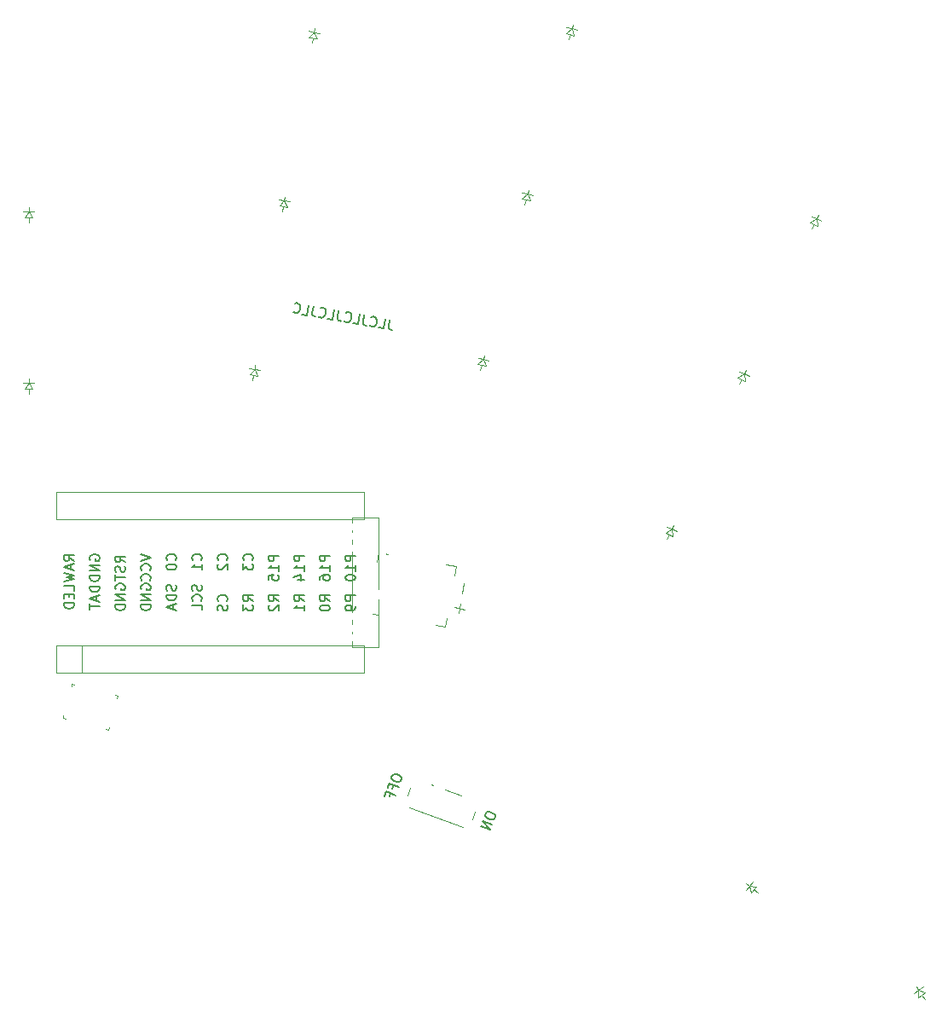
<source format=gbo>
G04 #@! TF.GenerationSoftware,KiCad,Pcbnew,8.0.8+1*
G04 #@! TF.CreationDate,2025-05-19T02:25:48+00:00*
G04 #@! TF.ProjectId,mearchlar_wireless,6d656172-6368-46c6-9172-5f776972656c,0.2*
G04 #@! TF.SameCoordinates,Original*
G04 #@! TF.FileFunction,Legend,Bot*
G04 #@! TF.FilePolarity,Positive*
%FSLAX46Y46*%
G04 Gerber Fmt 4.6, Leading zero omitted, Abs format (unit mm)*
G04 Created by KiCad (PCBNEW 8.0.8+1) date 2025-05-19 02:25:48*
%MOMM*%
%LPD*%
G01*
G04 APERTURE LIST*
%ADD10C,0.150000*%
%ADD11C,0.100000*%
%ADD12C,0.120000*%
%ADD13C,2.300000*%
%ADD14C,4.400000*%
%ADD15C,4.200000*%
%ADD16C,2.000000*%
%ADD17C,3.100000*%
%ADD18C,1.800000*%
%ADD19C,0.900000*%
%ADD20O,1.800000X1.800000*%
%ADD21C,1.000000*%
%ADD22C,0.850000*%
G04 APERTURE END LIST*
D10*
X128119554Y-74894324D02*
X127995520Y-75597759D01*
X127995520Y-75597759D02*
X128017608Y-75746714D01*
X128017608Y-75746714D02*
X128094862Y-75857043D01*
X128094862Y-75857043D02*
X128227279Y-75928746D01*
X128227279Y-75928746D02*
X128321071Y-75945284D01*
X127007993Y-75713753D02*
X127476949Y-75796443D01*
X127476949Y-75796443D02*
X127650598Y-74811635D01*
X126133515Y-75462851D02*
X126172141Y-75518016D01*
X126172141Y-75518016D02*
X126304559Y-75589718D01*
X126304559Y-75589718D02*
X126398350Y-75606256D01*
X126398350Y-75606256D02*
X126547306Y-75584168D01*
X126547306Y-75584168D02*
X126657635Y-75506914D01*
X126657635Y-75506914D02*
X126721069Y-75421392D01*
X126721069Y-75421392D02*
X126801040Y-75242079D01*
X126801040Y-75242079D02*
X126825847Y-75101392D01*
X126825847Y-75101392D02*
X126812027Y-74905540D01*
X126812027Y-74905540D02*
X126781670Y-74803480D01*
X126781670Y-74803480D02*
X126704416Y-74693151D01*
X126704416Y-74693151D02*
X126571998Y-74621449D01*
X126571998Y-74621449D02*
X126478207Y-74604911D01*
X126478207Y-74604911D02*
X126329251Y-74626999D01*
X126329251Y-74626999D02*
X126274087Y-74665626D01*
X125587191Y-74447800D02*
X125463156Y-75151235D01*
X125463156Y-75151235D02*
X125485245Y-75300190D01*
X125485245Y-75300190D02*
X125562498Y-75410519D01*
X125562498Y-75410519D02*
X125694916Y-75482222D01*
X125694916Y-75482222D02*
X125788707Y-75498760D01*
X124475630Y-75267229D02*
X124944586Y-75349919D01*
X124944586Y-75349919D02*
X125118234Y-74365111D01*
X123601151Y-75016327D02*
X123639778Y-75071492D01*
X123639778Y-75071492D02*
X123772196Y-75143195D01*
X123772196Y-75143195D02*
X123865987Y-75159732D01*
X123865987Y-75159732D02*
X124014943Y-75137644D01*
X124014943Y-75137644D02*
X124125272Y-75060390D01*
X124125272Y-75060390D02*
X124188706Y-74974868D01*
X124188706Y-74974868D02*
X124268677Y-74795555D01*
X124268677Y-74795555D02*
X124293484Y-74654868D01*
X124293484Y-74654868D02*
X124279664Y-74459016D01*
X124279664Y-74459016D02*
X124249306Y-74356956D01*
X124249306Y-74356956D02*
X124172053Y-74246627D01*
X124172053Y-74246627D02*
X124039635Y-74174925D01*
X124039635Y-74174925D02*
X123945844Y-74158387D01*
X123945844Y-74158387D02*
X123796888Y-74180475D01*
X123796888Y-74180475D02*
X123741724Y-74219102D01*
X123054827Y-74001277D02*
X122930793Y-74704711D01*
X122930793Y-74704711D02*
X122952882Y-74853666D01*
X122952882Y-74853666D02*
X123030135Y-74963996D01*
X123030135Y-74963996D02*
X123162553Y-75035698D01*
X123162553Y-75035698D02*
X123256344Y-75052236D01*
X121943267Y-74820705D02*
X122412223Y-74903395D01*
X122412223Y-74903395D02*
X122585871Y-73918587D01*
X121068788Y-74569803D02*
X121107415Y-74624968D01*
X121107415Y-74624968D02*
X121239833Y-74696671D01*
X121239833Y-74696671D02*
X121333624Y-74713208D01*
X121333624Y-74713208D02*
X121482580Y-74691120D01*
X121482580Y-74691120D02*
X121592909Y-74613866D01*
X121592909Y-74613866D02*
X121656342Y-74528344D01*
X121656342Y-74528344D02*
X121736314Y-74349031D01*
X121736314Y-74349031D02*
X121761121Y-74208344D01*
X121761121Y-74208344D02*
X121747301Y-74012493D01*
X121747301Y-74012493D02*
X121716943Y-73910432D01*
X121716943Y-73910432D02*
X121639690Y-73800103D01*
X121639690Y-73800103D02*
X121507272Y-73728401D01*
X121507272Y-73728401D02*
X121413481Y-73711863D01*
X121413481Y-73711863D02*
X121264525Y-73733952D01*
X121264525Y-73733952D02*
X121209360Y-73772578D01*
X120522464Y-73554753D02*
X120398430Y-74258187D01*
X120398430Y-74258187D02*
X120420519Y-74407142D01*
X120420519Y-74407142D02*
X120497772Y-74517472D01*
X120497772Y-74517472D02*
X120630190Y-74589174D01*
X120630190Y-74589174D02*
X120723981Y-74605712D01*
X119410904Y-74374181D02*
X119879860Y-74456871D01*
X119879860Y-74456871D02*
X120053508Y-73472063D01*
X118536425Y-74123280D02*
X118575052Y-74178444D01*
X118575052Y-74178444D02*
X118707469Y-74250147D01*
X118707469Y-74250147D02*
X118801261Y-74266685D01*
X118801261Y-74266685D02*
X118950216Y-74244596D01*
X118950216Y-74244596D02*
X119060546Y-74167342D01*
X119060546Y-74167342D02*
X119123979Y-74081820D01*
X119123979Y-74081820D02*
X119203951Y-73902507D01*
X119203951Y-73902507D02*
X119228757Y-73761820D01*
X119228757Y-73761820D02*
X119214938Y-73565969D01*
X119214938Y-73565969D02*
X119184580Y-73463908D01*
X119184580Y-73463908D02*
X119107327Y-73353579D01*
X119107327Y-73353579D02*
X118974909Y-73281877D01*
X118974909Y-73281877D02*
X118881118Y-73265339D01*
X118881118Y-73265339D02*
X118732162Y-73287428D01*
X118732162Y-73287428D02*
X118676997Y-73326054D01*
X96754819Y-101807142D02*
X96754819Y-101330952D01*
X96754819Y-101330952D02*
X95754819Y-101330952D01*
X96231009Y-102140476D02*
X96231009Y-102473809D01*
X96754819Y-102616666D02*
X96754819Y-102140476D01*
X96754819Y-102140476D02*
X95754819Y-102140476D01*
X95754819Y-102140476D02*
X95754819Y-102616666D01*
X96754819Y-103045238D02*
X95754819Y-103045238D01*
X95754819Y-103045238D02*
X95754819Y-103283333D01*
X95754819Y-103283333D02*
X95802438Y-103426190D01*
X95802438Y-103426190D02*
X95897676Y-103521428D01*
X95897676Y-103521428D02*
X95992914Y-103569047D01*
X95992914Y-103569047D02*
X96183390Y-103616666D01*
X96183390Y-103616666D02*
X96326247Y-103616666D01*
X96326247Y-103616666D02*
X96516723Y-103569047D01*
X96516723Y-103569047D02*
X96611961Y-103521428D01*
X96611961Y-103521428D02*
X96707200Y-103426190D01*
X96707200Y-103426190D02*
X96754819Y-103283333D01*
X96754819Y-103283333D02*
X96754819Y-103045238D01*
X96754819Y-98859523D02*
X96278628Y-98526190D01*
X96754819Y-98288095D02*
X95754819Y-98288095D01*
X95754819Y-98288095D02*
X95754819Y-98669047D01*
X95754819Y-98669047D02*
X95802438Y-98764285D01*
X95802438Y-98764285D02*
X95850057Y-98811904D01*
X95850057Y-98811904D02*
X95945295Y-98859523D01*
X95945295Y-98859523D02*
X96088152Y-98859523D01*
X96088152Y-98859523D02*
X96183390Y-98811904D01*
X96183390Y-98811904D02*
X96231009Y-98764285D01*
X96231009Y-98764285D02*
X96278628Y-98669047D01*
X96278628Y-98669047D02*
X96278628Y-98288095D01*
X96469104Y-99240476D02*
X96469104Y-99716666D01*
X96754819Y-99145238D02*
X95754819Y-99478571D01*
X95754819Y-99478571D02*
X96754819Y-99811904D01*
X95754819Y-100050000D02*
X96754819Y-100288095D01*
X96754819Y-100288095D02*
X96040533Y-100478571D01*
X96040533Y-100478571D02*
X96754819Y-100669047D01*
X96754819Y-100669047D02*
X95754819Y-100907143D01*
X99294819Y-101378571D02*
X98294819Y-101378571D01*
X98294819Y-101378571D02*
X98294819Y-101616666D01*
X98294819Y-101616666D02*
X98342438Y-101759523D01*
X98342438Y-101759523D02*
X98437676Y-101854761D01*
X98437676Y-101854761D02*
X98532914Y-101902380D01*
X98532914Y-101902380D02*
X98723390Y-101949999D01*
X98723390Y-101949999D02*
X98866247Y-101949999D01*
X98866247Y-101949999D02*
X99056723Y-101902380D01*
X99056723Y-101902380D02*
X99151961Y-101854761D01*
X99151961Y-101854761D02*
X99247200Y-101759523D01*
X99247200Y-101759523D02*
X99294819Y-101616666D01*
X99294819Y-101616666D02*
X99294819Y-101378571D01*
X99009104Y-102330952D02*
X99009104Y-102807142D01*
X99294819Y-102235714D02*
X98294819Y-102569047D01*
X98294819Y-102569047D02*
X99294819Y-102902380D01*
X98294819Y-103092857D02*
X98294819Y-103664285D01*
X99294819Y-103378571D02*
X98294819Y-103378571D01*
X98342438Y-98788095D02*
X98294819Y-98692857D01*
X98294819Y-98692857D02*
X98294819Y-98550000D01*
X98294819Y-98550000D02*
X98342438Y-98407143D01*
X98342438Y-98407143D02*
X98437676Y-98311905D01*
X98437676Y-98311905D02*
X98532914Y-98264286D01*
X98532914Y-98264286D02*
X98723390Y-98216667D01*
X98723390Y-98216667D02*
X98866247Y-98216667D01*
X98866247Y-98216667D02*
X99056723Y-98264286D01*
X99056723Y-98264286D02*
X99151961Y-98311905D01*
X99151961Y-98311905D02*
X99247200Y-98407143D01*
X99247200Y-98407143D02*
X99294819Y-98550000D01*
X99294819Y-98550000D02*
X99294819Y-98645238D01*
X99294819Y-98645238D02*
X99247200Y-98788095D01*
X99247200Y-98788095D02*
X99199580Y-98835714D01*
X99199580Y-98835714D02*
X98866247Y-98835714D01*
X98866247Y-98835714D02*
X98866247Y-98645238D01*
X99294819Y-99264286D02*
X98294819Y-99264286D01*
X98294819Y-99264286D02*
X99294819Y-99835714D01*
X99294819Y-99835714D02*
X98294819Y-99835714D01*
X99294819Y-100311905D02*
X98294819Y-100311905D01*
X98294819Y-100311905D02*
X98294819Y-100550000D01*
X98294819Y-100550000D02*
X98342438Y-100692857D01*
X98342438Y-100692857D02*
X98437676Y-100788095D01*
X98437676Y-100788095D02*
X98532914Y-100835714D01*
X98532914Y-100835714D02*
X98723390Y-100883333D01*
X98723390Y-100883333D02*
X98866247Y-100883333D01*
X98866247Y-100883333D02*
X99056723Y-100835714D01*
X99056723Y-100835714D02*
X99151961Y-100788095D01*
X99151961Y-100788095D02*
X99247200Y-100692857D01*
X99247200Y-100692857D02*
X99294819Y-100550000D01*
X99294819Y-100550000D02*
X99294819Y-100311905D01*
X100882438Y-101688095D02*
X100834819Y-101592857D01*
X100834819Y-101592857D02*
X100834819Y-101450000D01*
X100834819Y-101450000D02*
X100882438Y-101307143D01*
X100882438Y-101307143D02*
X100977676Y-101211905D01*
X100977676Y-101211905D02*
X101072914Y-101164286D01*
X101072914Y-101164286D02*
X101263390Y-101116667D01*
X101263390Y-101116667D02*
X101406247Y-101116667D01*
X101406247Y-101116667D02*
X101596723Y-101164286D01*
X101596723Y-101164286D02*
X101691961Y-101211905D01*
X101691961Y-101211905D02*
X101787200Y-101307143D01*
X101787200Y-101307143D02*
X101834819Y-101450000D01*
X101834819Y-101450000D02*
X101834819Y-101545238D01*
X101834819Y-101545238D02*
X101787200Y-101688095D01*
X101787200Y-101688095D02*
X101739580Y-101735714D01*
X101739580Y-101735714D02*
X101406247Y-101735714D01*
X101406247Y-101735714D02*
X101406247Y-101545238D01*
X101834819Y-102164286D02*
X100834819Y-102164286D01*
X100834819Y-102164286D02*
X101834819Y-102735714D01*
X101834819Y-102735714D02*
X100834819Y-102735714D01*
X101834819Y-103211905D02*
X100834819Y-103211905D01*
X100834819Y-103211905D02*
X100834819Y-103450000D01*
X100834819Y-103450000D02*
X100882438Y-103592857D01*
X100882438Y-103592857D02*
X100977676Y-103688095D01*
X100977676Y-103688095D02*
X101072914Y-103735714D01*
X101072914Y-103735714D02*
X101263390Y-103783333D01*
X101263390Y-103783333D02*
X101406247Y-103783333D01*
X101406247Y-103783333D02*
X101596723Y-103735714D01*
X101596723Y-103735714D02*
X101691961Y-103688095D01*
X101691961Y-103688095D02*
X101787200Y-103592857D01*
X101787200Y-103592857D02*
X101834819Y-103450000D01*
X101834819Y-103450000D02*
X101834819Y-103211905D01*
X101834819Y-99002380D02*
X101358628Y-98669047D01*
X101834819Y-98430952D02*
X100834819Y-98430952D01*
X100834819Y-98430952D02*
X100834819Y-98811904D01*
X100834819Y-98811904D02*
X100882438Y-98907142D01*
X100882438Y-98907142D02*
X100930057Y-98954761D01*
X100930057Y-98954761D02*
X101025295Y-99002380D01*
X101025295Y-99002380D02*
X101168152Y-99002380D01*
X101168152Y-99002380D02*
X101263390Y-98954761D01*
X101263390Y-98954761D02*
X101311009Y-98907142D01*
X101311009Y-98907142D02*
X101358628Y-98811904D01*
X101358628Y-98811904D02*
X101358628Y-98430952D01*
X101787200Y-99383333D02*
X101834819Y-99526190D01*
X101834819Y-99526190D02*
X101834819Y-99764285D01*
X101834819Y-99764285D02*
X101787200Y-99859523D01*
X101787200Y-99859523D02*
X101739580Y-99907142D01*
X101739580Y-99907142D02*
X101644342Y-99954761D01*
X101644342Y-99954761D02*
X101549104Y-99954761D01*
X101549104Y-99954761D02*
X101453866Y-99907142D01*
X101453866Y-99907142D02*
X101406247Y-99859523D01*
X101406247Y-99859523D02*
X101358628Y-99764285D01*
X101358628Y-99764285D02*
X101311009Y-99573809D01*
X101311009Y-99573809D02*
X101263390Y-99478571D01*
X101263390Y-99478571D02*
X101215771Y-99430952D01*
X101215771Y-99430952D02*
X101120533Y-99383333D01*
X101120533Y-99383333D02*
X101025295Y-99383333D01*
X101025295Y-99383333D02*
X100930057Y-99430952D01*
X100930057Y-99430952D02*
X100882438Y-99478571D01*
X100882438Y-99478571D02*
X100834819Y-99573809D01*
X100834819Y-99573809D02*
X100834819Y-99811904D01*
X100834819Y-99811904D02*
X100882438Y-99954761D01*
X100834819Y-100240476D02*
X100834819Y-100811904D01*
X101834819Y-100526190D02*
X100834819Y-100526190D01*
X103422438Y-101688095D02*
X103374819Y-101592857D01*
X103374819Y-101592857D02*
X103374819Y-101450000D01*
X103374819Y-101450000D02*
X103422438Y-101307143D01*
X103422438Y-101307143D02*
X103517676Y-101211905D01*
X103517676Y-101211905D02*
X103612914Y-101164286D01*
X103612914Y-101164286D02*
X103803390Y-101116667D01*
X103803390Y-101116667D02*
X103946247Y-101116667D01*
X103946247Y-101116667D02*
X104136723Y-101164286D01*
X104136723Y-101164286D02*
X104231961Y-101211905D01*
X104231961Y-101211905D02*
X104327200Y-101307143D01*
X104327200Y-101307143D02*
X104374819Y-101450000D01*
X104374819Y-101450000D02*
X104374819Y-101545238D01*
X104374819Y-101545238D02*
X104327200Y-101688095D01*
X104327200Y-101688095D02*
X104279580Y-101735714D01*
X104279580Y-101735714D02*
X103946247Y-101735714D01*
X103946247Y-101735714D02*
X103946247Y-101545238D01*
X104374819Y-102164286D02*
X103374819Y-102164286D01*
X103374819Y-102164286D02*
X104374819Y-102735714D01*
X104374819Y-102735714D02*
X103374819Y-102735714D01*
X104374819Y-103211905D02*
X103374819Y-103211905D01*
X103374819Y-103211905D02*
X103374819Y-103450000D01*
X103374819Y-103450000D02*
X103422438Y-103592857D01*
X103422438Y-103592857D02*
X103517676Y-103688095D01*
X103517676Y-103688095D02*
X103612914Y-103735714D01*
X103612914Y-103735714D02*
X103803390Y-103783333D01*
X103803390Y-103783333D02*
X103946247Y-103783333D01*
X103946247Y-103783333D02*
X104136723Y-103735714D01*
X104136723Y-103735714D02*
X104231961Y-103688095D01*
X104231961Y-103688095D02*
X104327200Y-103592857D01*
X104327200Y-103592857D02*
X104374819Y-103450000D01*
X104374819Y-103450000D02*
X104374819Y-103211905D01*
X103374819Y-98216667D02*
X104374819Y-98550000D01*
X104374819Y-98550000D02*
X103374819Y-98883333D01*
X104279580Y-99788095D02*
X104327200Y-99740476D01*
X104327200Y-99740476D02*
X104374819Y-99597619D01*
X104374819Y-99597619D02*
X104374819Y-99502381D01*
X104374819Y-99502381D02*
X104327200Y-99359524D01*
X104327200Y-99359524D02*
X104231961Y-99264286D01*
X104231961Y-99264286D02*
X104136723Y-99216667D01*
X104136723Y-99216667D02*
X103946247Y-99169048D01*
X103946247Y-99169048D02*
X103803390Y-99169048D01*
X103803390Y-99169048D02*
X103612914Y-99216667D01*
X103612914Y-99216667D02*
X103517676Y-99264286D01*
X103517676Y-99264286D02*
X103422438Y-99359524D01*
X103422438Y-99359524D02*
X103374819Y-99502381D01*
X103374819Y-99502381D02*
X103374819Y-99597619D01*
X103374819Y-99597619D02*
X103422438Y-99740476D01*
X103422438Y-99740476D02*
X103470057Y-99788095D01*
X104279580Y-100788095D02*
X104327200Y-100740476D01*
X104327200Y-100740476D02*
X104374819Y-100597619D01*
X104374819Y-100597619D02*
X104374819Y-100502381D01*
X104374819Y-100502381D02*
X104327200Y-100359524D01*
X104327200Y-100359524D02*
X104231961Y-100264286D01*
X104231961Y-100264286D02*
X104136723Y-100216667D01*
X104136723Y-100216667D02*
X103946247Y-100169048D01*
X103946247Y-100169048D02*
X103803390Y-100169048D01*
X103803390Y-100169048D02*
X103612914Y-100216667D01*
X103612914Y-100216667D02*
X103517676Y-100264286D01*
X103517676Y-100264286D02*
X103422438Y-100359524D01*
X103422438Y-100359524D02*
X103374819Y-100502381D01*
X103374819Y-100502381D02*
X103374819Y-100597619D01*
X103374819Y-100597619D02*
X103422438Y-100740476D01*
X103422438Y-100740476D02*
X103470057Y-100788095D01*
X106867200Y-101235714D02*
X106914819Y-101378571D01*
X106914819Y-101378571D02*
X106914819Y-101616666D01*
X106914819Y-101616666D02*
X106867200Y-101711904D01*
X106867200Y-101711904D02*
X106819580Y-101759523D01*
X106819580Y-101759523D02*
X106724342Y-101807142D01*
X106724342Y-101807142D02*
X106629104Y-101807142D01*
X106629104Y-101807142D02*
X106533866Y-101759523D01*
X106533866Y-101759523D02*
X106486247Y-101711904D01*
X106486247Y-101711904D02*
X106438628Y-101616666D01*
X106438628Y-101616666D02*
X106391009Y-101426190D01*
X106391009Y-101426190D02*
X106343390Y-101330952D01*
X106343390Y-101330952D02*
X106295771Y-101283333D01*
X106295771Y-101283333D02*
X106200533Y-101235714D01*
X106200533Y-101235714D02*
X106105295Y-101235714D01*
X106105295Y-101235714D02*
X106010057Y-101283333D01*
X106010057Y-101283333D02*
X105962438Y-101330952D01*
X105962438Y-101330952D02*
X105914819Y-101426190D01*
X105914819Y-101426190D02*
X105914819Y-101664285D01*
X105914819Y-101664285D02*
X105962438Y-101807142D01*
X106914819Y-102235714D02*
X105914819Y-102235714D01*
X105914819Y-102235714D02*
X105914819Y-102473809D01*
X105914819Y-102473809D02*
X105962438Y-102616666D01*
X105962438Y-102616666D02*
X106057676Y-102711904D01*
X106057676Y-102711904D02*
X106152914Y-102759523D01*
X106152914Y-102759523D02*
X106343390Y-102807142D01*
X106343390Y-102807142D02*
X106486247Y-102807142D01*
X106486247Y-102807142D02*
X106676723Y-102759523D01*
X106676723Y-102759523D02*
X106771961Y-102711904D01*
X106771961Y-102711904D02*
X106867200Y-102616666D01*
X106867200Y-102616666D02*
X106914819Y-102473809D01*
X106914819Y-102473809D02*
X106914819Y-102235714D01*
X106629104Y-103188095D02*
X106629104Y-103664285D01*
X106914819Y-103092857D02*
X105914819Y-103426190D01*
X105914819Y-103426190D02*
X106914819Y-103759523D01*
X106819580Y-98793333D02*
X106867200Y-98745714D01*
X106867200Y-98745714D02*
X106914819Y-98602857D01*
X106914819Y-98602857D02*
X106914819Y-98507619D01*
X106914819Y-98507619D02*
X106867200Y-98364762D01*
X106867200Y-98364762D02*
X106771961Y-98269524D01*
X106771961Y-98269524D02*
X106676723Y-98221905D01*
X106676723Y-98221905D02*
X106486247Y-98174286D01*
X106486247Y-98174286D02*
X106343390Y-98174286D01*
X106343390Y-98174286D02*
X106152914Y-98221905D01*
X106152914Y-98221905D02*
X106057676Y-98269524D01*
X106057676Y-98269524D02*
X105962438Y-98364762D01*
X105962438Y-98364762D02*
X105914819Y-98507619D01*
X105914819Y-98507619D02*
X105914819Y-98602857D01*
X105914819Y-98602857D02*
X105962438Y-98745714D01*
X105962438Y-98745714D02*
X106010057Y-98793333D01*
X105914819Y-99412381D02*
X105914819Y-99507619D01*
X105914819Y-99507619D02*
X105962438Y-99602857D01*
X105962438Y-99602857D02*
X106010057Y-99650476D01*
X106010057Y-99650476D02*
X106105295Y-99698095D01*
X106105295Y-99698095D02*
X106295771Y-99745714D01*
X106295771Y-99745714D02*
X106533866Y-99745714D01*
X106533866Y-99745714D02*
X106724342Y-99698095D01*
X106724342Y-99698095D02*
X106819580Y-99650476D01*
X106819580Y-99650476D02*
X106867200Y-99602857D01*
X106867200Y-99602857D02*
X106914819Y-99507619D01*
X106914819Y-99507619D02*
X106914819Y-99412381D01*
X106914819Y-99412381D02*
X106867200Y-99317143D01*
X106867200Y-99317143D02*
X106819580Y-99269524D01*
X106819580Y-99269524D02*
X106724342Y-99221905D01*
X106724342Y-99221905D02*
X106533866Y-99174286D01*
X106533866Y-99174286D02*
X106295771Y-99174286D01*
X106295771Y-99174286D02*
X106105295Y-99221905D01*
X106105295Y-99221905D02*
X106010057Y-99269524D01*
X106010057Y-99269524D02*
X105962438Y-99317143D01*
X105962438Y-99317143D02*
X105914819Y-99412381D01*
X109407200Y-101259524D02*
X109454819Y-101402381D01*
X109454819Y-101402381D02*
X109454819Y-101640476D01*
X109454819Y-101640476D02*
X109407200Y-101735714D01*
X109407200Y-101735714D02*
X109359580Y-101783333D01*
X109359580Y-101783333D02*
X109264342Y-101830952D01*
X109264342Y-101830952D02*
X109169104Y-101830952D01*
X109169104Y-101830952D02*
X109073866Y-101783333D01*
X109073866Y-101783333D02*
X109026247Y-101735714D01*
X109026247Y-101735714D02*
X108978628Y-101640476D01*
X108978628Y-101640476D02*
X108931009Y-101450000D01*
X108931009Y-101450000D02*
X108883390Y-101354762D01*
X108883390Y-101354762D02*
X108835771Y-101307143D01*
X108835771Y-101307143D02*
X108740533Y-101259524D01*
X108740533Y-101259524D02*
X108645295Y-101259524D01*
X108645295Y-101259524D02*
X108550057Y-101307143D01*
X108550057Y-101307143D02*
X108502438Y-101354762D01*
X108502438Y-101354762D02*
X108454819Y-101450000D01*
X108454819Y-101450000D02*
X108454819Y-101688095D01*
X108454819Y-101688095D02*
X108502438Y-101830952D01*
X109359580Y-102830952D02*
X109407200Y-102783333D01*
X109407200Y-102783333D02*
X109454819Y-102640476D01*
X109454819Y-102640476D02*
X109454819Y-102545238D01*
X109454819Y-102545238D02*
X109407200Y-102402381D01*
X109407200Y-102402381D02*
X109311961Y-102307143D01*
X109311961Y-102307143D02*
X109216723Y-102259524D01*
X109216723Y-102259524D02*
X109026247Y-102211905D01*
X109026247Y-102211905D02*
X108883390Y-102211905D01*
X108883390Y-102211905D02*
X108692914Y-102259524D01*
X108692914Y-102259524D02*
X108597676Y-102307143D01*
X108597676Y-102307143D02*
X108502438Y-102402381D01*
X108502438Y-102402381D02*
X108454819Y-102545238D01*
X108454819Y-102545238D02*
X108454819Y-102640476D01*
X108454819Y-102640476D02*
X108502438Y-102783333D01*
X108502438Y-102783333D02*
X108550057Y-102830952D01*
X109454819Y-103735714D02*
X109454819Y-103259524D01*
X109454819Y-103259524D02*
X108454819Y-103259524D01*
X109359580Y-98793333D02*
X109407200Y-98745714D01*
X109407200Y-98745714D02*
X109454819Y-98602857D01*
X109454819Y-98602857D02*
X109454819Y-98507619D01*
X109454819Y-98507619D02*
X109407200Y-98364762D01*
X109407200Y-98364762D02*
X109311961Y-98269524D01*
X109311961Y-98269524D02*
X109216723Y-98221905D01*
X109216723Y-98221905D02*
X109026247Y-98174286D01*
X109026247Y-98174286D02*
X108883390Y-98174286D01*
X108883390Y-98174286D02*
X108692914Y-98221905D01*
X108692914Y-98221905D02*
X108597676Y-98269524D01*
X108597676Y-98269524D02*
X108502438Y-98364762D01*
X108502438Y-98364762D02*
X108454819Y-98507619D01*
X108454819Y-98507619D02*
X108454819Y-98602857D01*
X108454819Y-98602857D02*
X108502438Y-98745714D01*
X108502438Y-98745714D02*
X108550057Y-98793333D01*
X109454819Y-99745714D02*
X109454819Y-99174286D01*
X109454819Y-99460000D02*
X108454819Y-99460000D01*
X108454819Y-99460000D02*
X108597676Y-99364762D01*
X108597676Y-99364762D02*
X108692914Y-99269524D01*
X108692914Y-99269524D02*
X108740533Y-99174286D01*
X111899580Y-102873333D02*
X111947200Y-102825714D01*
X111947200Y-102825714D02*
X111994819Y-102682857D01*
X111994819Y-102682857D02*
X111994819Y-102587619D01*
X111994819Y-102587619D02*
X111947200Y-102444762D01*
X111947200Y-102444762D02*
X111851961Y-102349524D01*
X111851961Y-102349524D02*
X111756723Y-102301905D01*
X111756723Y-102301905D02*
X111566247Y-102254286D01*
X111566247Y-102254286D02*
X111423390Y-102254286D01*
X111423390Y-102254286D02*
X111232914Y-102301905D01*
X111232914Y-102301905D02*
X111137676Y-102349524D01*
X111137676Y-102349524D02*
X111042438Y-102444762D01*
X111042438Y-102444762D02*
X110994819Y-102587619D01*
X110994819Y-102587619D02*
X110994819Y-102682857D01*
X110994819Y-102682857D02*
X111042438Y-102825714D01*
X111042438Y-102825714D02*
X111090057Y-102873333D01*
X111947200Y-103254286D02*
X111994819Y-103397143D01*
X111994819Y-103397143D02*
X111994819Y-103635238D01*
X111994819Y-103635238D02*
X111947200Y-103730476D01*
X111947200Y-103730476D02*
X111899580Y-103778095D01*
X111899580Y-103778095D02*
X111804342Y-103825714D01*
X111804342Y-103825714D02*
X111709104Y-103825714D01*
X111709104Y-103825714D02*
X111613866Y-103778095D01*
X111613866Y-103778095D02*
X111566247Y-103730476D01*
X111566247Y-103730476D02*
X111518628Y-103635238D01*
X111518628Y-103635238D02*
X111471009Y-103444762D01*
X111471009Y-103444762D02*
X111423390Y-103349524D01*
X111423390Y-103349524D02*
X111375771Y-103301905D01*
X111375771Y-103301905D02*
X111280533Y-103254286D01*
X111280533Y-103254286D02*
X111185295Y-103254286D01*
X111185295Y-103254286D02*
X111090057Y-103301905D01*
X111090057Y-103301905D02*
X111042438Y-103349524D01*
X111042438Y-103349524D02*
X110994819Y-103444762D01*
X110994819Y-103444762D02*
X110994819Y-103682857D01*
X110994819Y-103682857D02*
X111042438Y-103825714D01*
X111899580Y-98793333D02*
X111947200Y-98745714D01*
X111947200Y-98745714D02*
X111994819Y-98602857D01*
X111994819Y-98602857D02*
X111994819Y-98507619D01*
X111994819Y-98507619D02*
X111947200Y-98364762D01*
X111947200Y-98364762D02*
X111851961Y-98269524D01*
X111851961Y-98269524D02*
X111756723Y-98221905D01*
X111756723Y-98221905D02*
X111566247Y-98174286D01*
X111566247Y-98174286D02*
X111423390Y-98174286D01*
X111423390Y-98174286D02*
X111232914Y-98221905D01*
X111232914Y-98221905D02*
X111137676Y-98269524D01*
X111137676Y-98269524D02*
X111042438Y-98364762D01*
X111042438Y-98364762D02*
X110994819Y-98507619D01*
X110994819Y-98507619D02*
X110994819Y-98602857D01*
X110994819Y-98602857D02*
X111042438Y-98745714D01*
X111042438Y-98745714D02*
X111090057Y-98793333D01*
X111090057Y-99174286D02*
X111042438Y-99221905D01*
X111042438Y-99221905D02*
X110994819Y-99317143D01*
X110994819Y-99317143D02*
X110994819Y-99555238D01*
X110994819Y-99555238D02*
X111042438Y-99650476D01*
X111042438Y-99650476D02*
X111090057Y-99698095D01*
X111090057Y-99698095D02*
X111185295Y-99745714D01*
X111185295Y-99745714D02*
X111280533Y-99745714D01*
X111280533Y-99745714D02*
X111423390Y-99698095D01*
X111423390Y-99698095D02*
X111994819Y-99126667D01*
X111994819Y-99126667D02*
X111994819Y-99745714D01*
X114534819Y-102873333D02*
X114058628Y-102540000D01*
X114534819Y-102301905D02*
X113534819Y-102301905D01*
X113534819Y-102301905D02*
X113534819Y-102682857D01*
X113534819Y-102682857D02*
X113582438Y-102778095D01*
X113582438Y-102778095D02*
X113630057Y-102825714D01*
X113630057Y-102825714D02*
X113725295Y-102873333D01*
X113725295Y-102873333D02*
X113868152Y-102873333D01*
X113868152Y-102873333D02*
X113963390Y-102825714D01*
X113963390Y-102825714D02*
X114011009Y-102778095D01*
X114011009Y-102778095D02*
X114058628Y-102682857D01*
X114058628Y-102682857D02*
X114058628Y-102301905D01*
X113534819Y-103206667D02*
X113534819Y-103825714D01*
X113534819Y-103825714D02*
X113915771Y-103492381D01*
X113915771Y-103492381D02*
X113915771Y-103635238D01*
X113915771Y-103635238D02*
X113963390Y-103730476D01*
X113963390Y-103730476D02*
X114011009Y-103778095D01*
X114011009Y-103778095D02*
X114106247Y-103825714D01*
X114106247Y-103825714D02*
X114344342Y-103825714D01*
X114344342Y-103825714D02*
X114439580Y-103778095D01*
X114439580Y-103778095D02*
X114487200Y-103730476D01*
X114487200Y-103730476D02*
X114534819Y-103635238D01*
X114534819Y-103635238D02*
X114534819Y-103349524D01*
X114534819Y-103349524D02*
X114487200Y-103254286D01*
X114487200Y-103254286D02*
X114439580Y-103206667D01*
X114439580Y-98793333D02*
X114487200Y-98745714D01*
X114487200Y-98745714D02*
X114534819Y-98602857D01*
X114534819Y-98602857D02*
X114534819Y-98507619D01*
X114534819Y-98507619D02*
X114487200Y-98364762D01*
X114487200Y-98364762D02*
X114391961Y-98269524D01*
X114391961Y-98269524D02*
X114296723Y-98221905D01*
X114296723Y-98221905D02*
X114106247Y-98174286D01*
X114106247Y-98174286D02*
X113963390Y-98174286D01*
X113963390Y-98174286D02*
X113772914Y-98221905D01*
X113772914Y-98221905D02*
X113677676Y-98269524D01*
X113677676Y-98269524D02*
X113582438Y-98364762D01*
X113582438Y-98364762D02*
X113534819Y-98507619D01*
X113534819Y-98507619D02*
X113534819Y-98602857D01*
X113534819Y-98602857D02*
X113582438Y-98745714D01*
X113582438Y-98745714D02*
X113630057Y-98793333D01*
X113534819Y-99126667D02*
X113534819Y-99745714D01*
X113534819Y-99745714D02*
X113915771Y-99412381D01*
X113915771Y-99412381D02*
X113915771Y-99555238D01*
X113915771Y-99555238D02*
X113963390Y-99650476D01*
X113963390Y-99650476D02*
X114011009Y-99698095D01*
X114011009Y-99698095D02*
X114106247Y-99745714D01*
X114106247Y-99745714D02*
X114344342Y-99745714D01*
X114344342Y-99745714D02*
X114439580Y-99698095D01*
X114439580Y-99698095D02*
X114487200Y-99650476D01*
X114487200Y-99650476D02*
X114534819Y-99555238D01*
X114534819Y-99555238D02*
X114534819Y-99269524D01*
X114534819Y-99269524D02*
X114487200Y-99174286D01*
X114487200Y-99174286D02*
X114439580Y-99126667D01*
X117074819Y-102873333D02*
X116598628Y-102540000D01*
X117074819Y-102301905D02*
X116074819Y-102301905D01*
X116074819Y-102301905D02*
X116074819Y-102682857D01*
X116074819Y-102682857D02*
X116122438Y-102778095D01*
X116122438Y-102778095D02*
X116170057Y-102825714D01*
X116170057Y-102825714D02*
X116265295Y-102873333D01*
X116265295Y-102873333D02*
X116408152Y-102873333D01*
X116408152Y-102873333D02*
X116503390Y-102825714D01*
X116503390Y-102825714D02*
X116551009Y-102778095D01*
X116551009Y-102778095D02*
X116598628Y-102682857D01*
X116598628Y-102682857D02*
X116598628Y-102301905D01*
X116170057Y-103254286D02*
X116122438Y-103301905D01*
X116122438Y-103301905D02*
X116074819Y-103397143D01*
X116074819Y-103397143D02*
X116074819Y-103635238D01*
X116074819Y-103635238D02*
X116122438Y-103730476D01*
X116122438Y-103730476D02*
X116170057Y-103778095D01*
X116170057Y-103778095D02*
X116265295Y-103825714D01*
X116265295Y-103825714D02*
X116360533Y-103825714D01*
X116360533Y-103825714D02*
X116503390Y-103778095D01*
X116503390Y-103778095D02*
X117074819Y-103206667D01*
X117074819Y-103206667D02*
X117074819Y-103825714D01*
X117074819Y-98335714D02*
X116074819Y-98335714D01*
X116074819Y-98335714D02*
X116074819Y-98716666D01*
X116074819Y-98716666D02*
X116122438Y-98811904D01*
X116122438Y-98811904D02*
X116170057Y-98859523D01*
X116170057Y-98859523D02*
X116265295Y-98907142D01*
X116265295Y-98907142D02*
X116408152Y-98907142D01*
X116408152Y-98907142D02*
X116503390Y-98859523D01*
X116503390Y-98859523D02*
X116551009Y-98811904D01*
X116551009Y-98811904D02*
X116598628Y-98716666D01*
X116598628Y-98716666D02*
X116598628Y-98335714D01*
X117074819Y-99859523D02*
X117074819Y-99288095D01*
X117074819Y-99573809D02*
X116074819Y-99573809D01*
X116074819Y-99573809D02*
X116217676Y-99478571D01*
X116217676Y-99478571D02*
X116312914Y-99383333D01*
X116312914Y-99383333D02*
X116360533Y-99288095D01*
X116074819Y-100764285D02*
X116074819Y-100288095D01*
X116074819Y-100288095D02*
X116551009Y-100240476D01*
X116551009Y-100240476D02*
X116503390Y-100288095D01*
X116503390Y-100288095D02*
X116455771Y-100383333D01*
X116455771Y-100383333D02*
X116455771Y-100621428D01*
X116455771Y-100621428D02*
X116503390Y-100716666D01*
X116503390Y-100716666D02*
X116551009Y-100764285D01*
X116551009Y-100764285D02*
X116646247Y-100811904D01*
X116646247Y-100811904D02*
X116884342Y-100811904D01*
X116884342Y-100811904D02*
X116979580Y-100764285D01*
X116979580Y-100764285D02*
X117027200Y-100716666D01*
X117027200Y-100716666D02*
X117074819Y-100621428D01*
X117074819Y-100621428D02*
X117074819Y-100383333D01*
X117074819Y-100383333D02*
X117027200Y-100288095D01*
X117027200Y-100288095D02*
X116979580Y-100240476D01*
X119614819Y-102873333D02*
X119138628Y-102540000D01*
X119614819Y-102301905D02*
X118614819Y-102301905D01*
X118614819Y-102301905D02*
X118614819Y-102682857D01*
X118614819Y-102682857D02*
X118662438Y-102778095D01*
X118662438Y-102778095D02*
X118710057Y-102825714D01*
X118710057Y-102825714D02*
X118805295Y-102873333D01*
X118805295Y-102873333D02*
X118948152Y-102873333D01*
X118948152Y-102873333D02*
X119043390Y-102825714D01*
X119043390Y-102825714D02*
X119091009Y-102778095D01*
X119091009Y-102778095D02*
X119138628Y-102682857D01*
X119138628Y-102682857D02*
X119138628Y-102301905D01*
X119614819Y-103825714D02*
X119614819Y-103254286D01*
X119614819Y-103540000D02*
X118614819Y-103540000D01*
X118614819Y-103540000D02*
X118757676Y-103444762D01*
X118757676Y-103444762D02*
X118852914Y-103349524D01*
X118852914Y-103349524D02*
X118900533Y-103254286D01*
X119614819Y-98335714D02*
X118614819Y-98335714D01*
X118614819Y-98335714D02*
X118614819Y-98716666D01*
X118614819Y-98716666D02*
X118662438Y-98811904D01*
X118662438Y-98811904D02*
X118710057Y-98859523D01*
X118710057Y-98859523D02*
X118805295Y-98907142D01*
X118805295Y-98907142D02*
X118948152Y-98907142D01*
X118948152Y-98907142D02*
X119043390Y-98859523D01*
X119043390Y-98859523D02*
X119091009Y-98811904D01*
X119091009Y-98811904D02*
X119138628Y-98716666D01*
X119138628Y-98716666D02*
X119138628Y-98335714D01*
X119614819Y-99859523D02*
X119614819Y-99288095D01*
X119614819Y-99573809D02*
X118614819Y-99573809D01*
X118614819Y-99573809D02*
X118757676Y-99478571D01*
X118757676Y-99478571D02*
X118852914Y-99383333D01*
X118852914Y-99383333D02*
X118900533Y-99288095D01*
X118948152Y-100716666D02*
X119614819Y-100716666D01*
X118567200Y-100478571D02*
X119281485Y-100240476D01*
X119281485Y-100240476D02*
X119281485Y-100859523D01*
X122154819Y-102873333D02*
X121678628Y-102540000D01*
X122154819Y-102301905D02*
X121154819Y-102301905D01*
X121154819Y-102301905D02*
X121154819Y-102682857D01*
X121154819Y-102682857D02*
X121202438Y-102778095D01*
X121202438Y-102778095D02*
X121250057Y-102825714D01*
X121250057Y-102825714D02*
X121345295Y-102873333D01*
X121345295Y-102873333D02*
X121488152Y-102873333D01*
X121488152Y-102873333D02*
X121583390Y-102825714D01*
X121583390Y-102825714D02*
X121631009Y-102778095D01*
X121631009Y-102778095D02*
X121678628Y-102682857D01*
X121678628Y-102682857D02*
X121678628Y-102301905D01*
X121154819Y-103492381D02*
X121154819Y-103587619D01*
X121154819Y-103587619D02*
X121202438Y-103682857D01*
X121202438Y-103682857D02*
X121250057Y-103730476D01*
X121250057Y-103730476D02*
X121345295Y-103778095D01*
X121345295Y-103778095D02*
X121535771Y-103825714D01*
X121535771Y-103825714D02*
X121773866Y-103825714D01*
X121773866Y-103825714D02*
X121964342Y-103778095D01*
X121964342Y-103778095D02*
X122059580Y-103730476D01*
X122059580Y-103730476D02*
X122107200Y-103682857D01*
X122107200Y-103682857D02*
X122154819Y-103587619D01*
X122154819Y-103587619D02*
X122154819Y-103492381D01*
X122154819Y-103492381D02*
X122107200Y-103397143D01*
X122107200Y-103397143D02*
X122059580Y-103349524D01*
X122059580Y-103349524D02*
X121964342Y-103301905D01*
X121964342Y-103301905D02*
X121773866Y-103254286D01*
X121773866Y-103254286D02*
X121535771Y-103254286D01*
X121535771Y-103254286D02*
X121345295Y-103301905D01*
X121345295Y-103301905D02*
X121250057Y-103349524D01*
X121250057Y-103349524D02*
X121202438Y-103397143D01*
X121202438Y-103397143D02*
X121154819Y-103492381D01*
X122154819Y-98335714D02*
X121154819Y-98335714D01*
X121154819Y-98335714D02*
X121154819Y-98716666D01*
X121154819Y-98716666D02*
X121202438Y-98811904D01*
X121202438Y-98811904D02*
X121250057Y-98859523D01*
X121250057Y-98859523D02*
X121345295Y-98907142D01*
X121345295Y-98907142D02*
X121488152Y-98907142D01*
X121488152Y-98907142D02*
X121583390Y-98859523D01*
X121583390Y-98859523D02*
X121631009Y-98811904D01*
X121631009Y-98811904D02*
X121678628Y-98716666D01*
X121678628Y-98716666D02*
X121678628Y-98335714D01*
X122154819Y-99859523D02*
X122154819Y-99288095D01*
X122154819Y-99573809D02*
X121154819Y-99573809D01*
X121154819Y-99573809D02*
X121297676Y-99478571D01*
X121297676Y-99478571D02*
X121392914Y-99383333D01*
X121392914Y-99383333D02*
X121440533Y-99288095D01*
X121154819Y-100716666D02*
X121154819Y-100526190D01*
X121154819Y-100526190D02*
X121202438Y-100430952D01*
X121202438Y-100430952D02*
X121250057Y-100383333D01*
X121250057Y-100383333D02*
X121392914Y-100288095D01*
X121392914Y-100288095D02*
X121583390Y-100240476D01*
X121583390Y-100240476D02*
X121964342Y-100240476D01*
X121964342Y-100240476D02*
X122059580Y-100288095D01*
X122059580Y-100288095D02*
X122107200Y-100335714D01*
X122107200Y-100335714D02*
X122154819Y-100430952D01*
X122154819Y-100430952D02*
X122154819Y-100621428D01*
X122154819Y-100621428D02*
X122107200Y-100716666D01*
X122107200Y-100716666D02*
X122059580Y-100764285D01*
X122059580Y-100764285D02*
X121964342Y-100811904D01*
X121964342Y-100811904D02*
X121726247Y-100811904D01*
X121726247Y-100811904D02*
X121631009Y-100764285D01*
X121631009Y-100764285D02*
X121583390Y-100716666D01*
X121583390Y-100716666D02*
X121535771Y-100621428D01*
X121535771Y-100621428D02*
X121535771Y-100430952D01*
X121535771Y-100430952D02*
X121583390Y-100335714D01*
X121583390Y-100335714D02*
X121631009Y-100288095D01*
X121631009Y-100288095D02*
X121726247Y-100240476D01*
X124694819Y-102301905D02*
X123694819Y-102301905D01*
X123694819Y-102301905D02*
X123694819Y-102682857D01*
X123694819Y-102682857D02*
X123742438Y-102778095D01*
X123742438Y-102778095D02*
X123790057Y-102825714D01*
X123790057Y-102825714D02*
X123885295Y-102873333D01*
X123885295Y-102873333D02*
X124028152Y-102873333D01*
X124028152Y-102873333D02*
X124123390Y-102825714D01*
X124123390Y-102825714D02*
X124171009Y-102778095D01*
X124171009Y-102778095D02*
X124218628Y-102682857D01*
X124218628Y-102682857D02*
X124218628Y-102301905D01*
X124694819Y-103349524D02*
X124694819Y-103540000D01*
X124694819Y-103540000D02*
X124647200Y-103635238D01*
X124647200Y-103635238D02*
X124599580Y-103682857D01*
X124599580Y-103682857D02*
X124456723Y-103778095D01*
X124456723Y-103778095D02*
X124266247Y-103825714D01*
X124266247Y-103825714D02*
X123885295Y-103825714D01*
X123885295Y-103825714D02*
X123790057Y-103778095D01*
X123790057Y-103778095D02*
X123742438Y-103730476D01*
X123742438Y-103730476D02*
X123694819Y-103635238D01*
X123694819Y-103635238D02*
X123694819Y-103444762D01*
X123694819Y-103444762D02*
X123742438Y-103349524D01*
X123742438Y-103349524D02*
X123790057Y-103301905D01*
X123790057Y-103301905D02*
X123885295Y-103254286D01*
X123885295Y-103254286D02*
X124123390Y-103254286D01*
X124123390Y-103254286D02*
X124218628Y-103301905D01*
X124218628Y-103301905D02*
X124266247Y-103349524D01*
X124266247Y-103349524D02*
X124313866Y-103444762D01*
X124313866Y-103444762D02*
X124313866Y-103635238D01*
X124313866Y-103635238D02*
X124266247Y-103730476D01*
X124266247Y-103730476D02*
X124218628Y-103778095D01*
X124218628Y-103778095D02*
X124123390Y-103825714D01*
X124694819Y-98335714D02*
X123694819Y-98335714D01*
X123694819Y-98335714D02*
X123694819Y-98716666D01*
X123694819Y-98716666D02*
X123742438Y-98811904D01*
X123742438Y-98811904D02*
X123790057Y-98859523D01*
X123790057Y-98859523D02*
X123885295Y-98907142D01*
X123885295Y-98907142D02*
X124028152Y-98907142D01*
X124028152Y-98907142D02*
X124123390Y-98859523D01*
X124123390Y-98859523D02*
X124171009Y-98811904D01*
X124171009Y-98811904D02*
X124218628Y-98716666D01*
X124218628Y-98716666D02*
X124218628Y-98335714D01*
X124694819Y-99859523D02*
X124694819Y-99288095D01*
X124694819Y-99573809D02*
X123694819Y-99573809D01*
X123694819Y-99573809D02*
X123837676Y-99478571D01*
X123837676Y-99478571D02*
X123932914Y-99383333D01*
X123932914Y-99383333D02*
X123980533Y-99288095D01*
X123694819Y-100478571D02*
X123694819Y-100573809D01*
X123694819Y-100573809D02*
X123742438Y-100669047D01*
X123742438Y-100669047D02*
X123790057Y-100716666D01*
X123790057Y-100716666D02*
X123885295Y-100764285D01*
X123885295Y-100764285D02*
X124075771Y-100811904D01*
X124075771Y-100811904D02*
X124313866Y-100811904D01*
X124313866Y-100811904D02*
X124504342Y-100764285D01*
X124504342Y-100764285D02*
X124599580Y-100716666D01*
X124599580Y-100716666D02*
X124647200Y-100669047D01*
X124647200Y-100669047D02*
X124694819Y-100573809D01*
X124694819Y-100573809D02*
X124694819Y-100478571D01*
X124694819Y-100478571D02*
X124647200Y-100383333D01*
X124647200Y-100383333D02*
X124599580Y-100335714D01*
X124599580Y-100335714D02*
X124504342Y-100288095D01*
X124504342Y-100288095D02*
X124313866Y-100240476D01*
X124313866Y-100240476D02*
X124075771Y-100240476D01*
X124075771Y-100240476D02*
X123885295Y-100288095D01*
X123885295Y-100288095D02*
X123790057Y-100335714D01*
X123790057Y-100335714D02*
X123742438Y-100383333D01*
X123742438Y-100383333D02*
X123694819Y-100478571D01*
X137629985Y-123899400D02*
X137564838Y-124078389D01*
X137564838Y-124078389D02*
X137577012Y-124184170D01*
X137577012Y-124184170D02*
X137633933Y-124306238D01*
X137633933Y-124306238D02*
X137796636Y-124416132D01*
X137796636Y-124416132D02*
X138109866Y-124530139D01*
X138109866Y-124530139D02*
X138305142Y-124550538D01*
X138305142Y-124550538D02*
X138427210Y-124493617D01*
X138427210Y-124493617D02*
X138504531Y-124420409D01*
X138504531Y-124420409D02*
X138569677Y-124241420D01*
X138569677Y-124241420D02*
X138557503Y-124135639D01*
X138557503Y-124135639D02*
X138500582Y-124013571D01*
X138500582Y-124013571D02*
X138337880Y-123903677D01*
X138337880Y-123903677D02*
X138024649Y-123789671D01*
X138024649Y-123789671D02*
X137829373Y-123769271D01*
X137829373Y-123769271D02*
X137707305Y-123826192D01*
X137707305Y-123826192D02*
X137629985Y-123899400D01*
X138276517Y-125046871D02*
X137336825Y-124704851D01*
X137336825Y-124704851D02*
X138081077Y-125583838D01*
X138081077Y-125583838D02*
X137141385Y-125241818D01*
X128347065Y-120165968D02*
X128281919Y-120344957D01*
X128281919Y-120344957D02*
X128294093Y-120450738D01*
X128294093Y-120450738D02*
X128351014Y-120572806D01*
X128351014Y-120572806D02*
X128513716Y-120682700D01*
X128513716Y-120682700D02*
X128826947Y-120796706D01*
X128826947Y-120796706D02*
X129022223Y-120817106D01*
X129022223Y-120817106D02*
X129144291Y-120760185D01*
X129144291Y-120760185D02*
X129221611Y-120686977D01*
X129221611Y-120686977D02*
X129286758Y-120507988D01*
X129286758Y-120507988D02*
X129274584Y-120402207D01*
X129274584Y-120402207D02*
X129217663Y-120280139D01*
X129217663Y-120280139D02*
X129054960Y-120170245D01*
X129054960Y-120170245D02*
X128741730Y-120056238D01*
X128741730Y-120056238D02*
X128546454Y-120035839D01*
X128546454Y-120035839D02*
X128424386Y-120092760D01*
X128424386Y-120092760D02*
X128347065Y-120165968D01*
X128387371Y-121447516D02*
X128501378Y-121134285D01*
X128993598Y-121313439D02*
X128053905Y-120971418D01*
X128053905Y-120971418D02*
X127891038Y-121418891D01*
X128094211Y-122252967D02*
X128208218Y-121939736D01*
X128700438Y-122118890D02*
X127760745Y-121776869D01*
X127760745Y-121776869D02*
X127597878Y-122224342D01*
D11*
X92250000Y-81750000D02*
X92250000Y-82250000D01*
X91850000Y-81750000D02*
X92250000Y-81150000D01*
X92650000Y-81750000D02*
X91850000Y-81750000D01*
X92250000Y-81150000D02*
X92650000Y-81750000D01*
X92250000Y-81150000D02*
X91700000Y-81150000D01*
X92250000Y-81150000D02*
X92800000Y-81150000D01*
X92250000Y-80750000D02*
X92250000Y-81150000D01*
X92250000Y-64750000D02*
X92250000Y-65250000D01*
X91850000Y-64750000D02*
X92250000Y-64150000D01*
X92650000Y-64750000D02*
X91850000Y-64750000D01*
X92250000Y-64150000D02*
X92650000Y-64750000D01*
X92250000Y-64150000D02*
X91700000Y-64150000D01*
X92250000Y-64150000D02*
X92800000Y-64150000D01*
X92250000Y-63750000D02*
X92250000Y-64150000D01*
X114584800Y-80423217D02*
X114497976Y-80915621D01*
X114190877Y-80353758D02*
X114688989Y-79832332D01*
X114978723Y-80492676D02*
X114190877Y-80353758D01*
X114688989Y-79832332D02*
X114978723Y-80492676D01*
X114688989Y-79832332D02*
X114147345Y-79736826D01*
X114688989Y-79832332D02*
X115230633Y-79927839D01*
X114758448Y-79438409D02*
X114688989Y-79832332D01*
X117536819Y-63681485D02*
X117449995Y-64173889D01*
X117142896Y-63612026D02*
X117641008Y-63090600D01*
X117930742Y-63750944D02*
X117142896Y-63612026D01*
X117641008Y-63090600D02*
X117930742Y-63750944D01*
X117641008Y-63090600D02*
X117099364Y-62995094D01*
X117641008Y-63090600D02*
X118182652Y-63186107D01*
X117710467Y-62696677D02*
X117641008Y-63090600D01*
X120488838Y-46939753D02*
X120402014Y-47432157D01*
X120094915Y-46870294D02*
X120593027Y-46348868D01*
X120882761Y-47009212D02*
X120094915Y-46870294D01*
X120593027Y-46348868D02*
X120882761Y-47009212D01*
X120593027Y-46348868D02*
X120051383Y-46253362D01*
X120593027Y-46348868D02*
X121134671Y-46444375D01*
X120662486Y-45954945D02*
X120593027Y-46348868D01*
X137241374Y-79421572D02*
X137111965Y-79904535D01*
X136855004Y-79318045D02*
X137396666Y-78842017D01*
X137627745Y-79525100D02*
X136855004Y-79318045D01*
X137396666Y-78842017D02*
X137627745Y-79525100D01*
X137396666Y-78842017D02*
X136865406Y-78699666D01*
X137396666Y-78842017D02*
X137927925Y-78984367D01*
X137500193Y-78455647D02*
X137396666Y-78842017D01*
X141641298Y-63000833D02*
X141511889Y-63483796D01*
X141254928Y-62897306D02*
X141796590Y-62421278D01*
X142027669Y-63104361D02*
X141254928Y-62897306D01*
X141796590Y-62421278D02*
X142027669Y-63104361D01*
X141796590Y-62421278D02*
X141265330Y-62278927D01*
X141796590Y-62421278D02*
X142327849Y-62563628D01*
X141900117Y-62034908D02*
X141796590Y-62421278D01*
X146041221Y-46580094D02*
X145911812Y-47063057D01*
X145654851Y-46476567D02*
X146196513Y-46000539D01*
X146427592Y-46683622D02*
X145654851Y-46476567D01*
X146196513Y-46000539D02*
X146427592Y-46683622D01*
X146196513Y-46000539D02*
X145665253Y-45858188D01*
X146196513Y-46000539D02*
X146727772Y-46142889D01*
X146300040Y-45614169D02*
X146196513Y-46000539D01*
X155858588Y-96236224D02*
X155647279Y-96689378D01*
X155496065Y-96067177D02*
X156112159Y-95692439D01*
X156221112Y-96405271D02*
X155496065Y-96067177D01*
X156112159Y-95692439D02*
X156221112Y-96405271D01*
X156112159Y-95692439D02*
X155613690Y-95459999D01*
X156112159Y-95692439D02*
X156610629Y-95924879D01*
X156281207Y-95329916D02*
X156112159Y-95692439D01*
X163043098Y-80828992D02*
X162831789Y-81282146D01*
X162680575Y-80659945D02*
X163296669Y-80285207D01*
X163405622Y-80998039D02*
X162680575Y-80659945D01*
X163296669Y-80285207D02*
X163405622Y-80998039D01*
X163296669Y-80285207D02*
X162798200Y-80052767D01*
X163296669Y-80285207D02*
X163795139Y-80517647D01*
X163465717Y-79922684D02*
X163296669Y-80285207D01*
X170227609Y-65421759D02*
X170016300Y-65874913D01*
X169865086Y-65252712D02*
X170481180Y-64877974D01*
X170590133Y-65590806D02*
X169865086Y-65252712D01*
X170481180Y-64877974D02*
X170590133Y-65590806D01*
X170481180Y-64877974D02*
X169982711Y-64645534D01*
X170481180Y-64877974D02*
X170979650Y-65110414D01*
X170650228Y-64515451D02*
X170481180Y-64877974D01*
X164276216Y-131511045D02*
X164659238Y-131832439D01*
X164019101Y-131817463D02*
X163816589Y-131125372D01*
X164533331Y-131204627D02*
X164019101Y-131817463D01*
X163816589Y-131125372D02*
X164533331Y-131204627D01*
X163816589Y-131125372D02*
X163463056Y-131546697D01*
X163816589Y-131125372D02*
X164170123Y-130704048D01*
X163510172Y-130868257D02*
X163816589Y-131125372D01*
X180955584Y-141969566D02*
X181242372Y-142379142D01*
X180627923Y-142198997D02*
X180611438Y-141478075D01*
X181283245Y-141740135D02*
X180627923Y-142198997D01*
X180611438Y-141478075D02*
X181283245Y-141740135D01*
X180611438Y-141478075D02*
X180160905Y-141793542D01*
X180611438Y-141478075D02*
X181061972Y-141162608D01*
X180382008Y-141150414D02*
X180611438Y-141478075D01*
D12*
X94970000Y-107290000D02*
X94970000Y-109950000D01*
X94970000Y-107290000D02*
X125570000Y-107290000D01*
X125570000Y-107290000D02*
X125570000Y-109950000D01*
X94970000Y-109950000D02*
X125570000Y-109950000D01*
X94970000Y-92050000D02*
X94970000Y-94710000D01*
X94970000Y-92050000D02*
X125570000Y-92050000D01*
X125570000Y-92050000D02*
X125570000Y-94710000D01*
X94970000Y-94710000D02*
X125570000Y-94710000D01*
X97570000Y-109950000D02*
X97570000Y-107290000D01*
X124370000Y-94590000D02*
X127030000Y-94590000D01*
X124370000Y-94590000D02*
X124370000Y-107410000D01*
X127030000Y-94590000D02*
X127030000Y-107410000D01*
X124370000Y-107410000D02*
X127030000Y-107410000D01*
X132403907Y-121139587D02*
X132215969Y-121071183D01*
X129848220Y-122167480D02*
X130118416Y-121425123D01*
X136602295Y-123785062D02*
X136332099Y-124527419D01*
X135222985Y-122165647D02*
X133625507Y-121584213D01*
X135422843Y-125271296D02*
X130066595Y-123321782D01*
D11*
X100251119Y-115414909D02*
X100186414Y-115656391D01*
X101027576Y-112517132D02*
X101092281Y-112275651D01*
X99944933Y-115591686D02*
X100186414Y-115656391D01*
X100850800Y-112210946D02*
X101092281Y-112275651D01*
X95888044Y-114504646D02*
X95646563Y-114439941D01*
X96793911Y-111123906D02*
X96552430Y-111059201D01*
X95711268Y-114198460D02*
X95646563Y-114439941D01*
X96487725Y-111300683D02*
X96552430Y-111059201D01*
X135459301Y-101112350D02*
X135285652Y-102097158D01*
X134938356Y-104066773D02*
X135112004Y-103081965D01*
X134532776Y-103487545D02*
X135517584Y-103661193D01*
D12*
X126115716Y-103079743D02*
X125942068Y-104064550D01*
X125942068Y-104064550D02*
X126926876Y-104238199D01*
X126845039Y-98943550D02*
X127004795Y-98037527D01*
X127004795Y-98037527D02*
X127989603Y-98211175D01*
X133803021Y-104516456D02*
X133643265Y-105422479D01*
X133643265Y-105422479D02*
X132658457Y-105248831D01*
X134546235Y-100301479D02*
X134705992Y-99395456D01*
X134705992Y-99395456D02*
X133721184Y-99221808D01*
%LPC*%
D13*
X172235175Y-108066691D03*
X181134590Y-121285220D03*
D14*
X117564759Y-56324569D03*
X114612740Y-73066301D03*
X165426557Y-72684179D03*
X173428752Y-140971233D03*
X181636504Y-129430307D03*
D15*
X100000000Y-83000000D03*
D16*
X94920000Y-83000000D03*
X105080000Y-83000000D03*
D17*
X97460000Y-88080000D03*
X103810000Y-85540000D03*
G36*
G01*
X108410000Y-84290000D02*
X108410000Y-86790000D01*
G75*
G02*
X108360000Y-86840000I-50000J0D01*
G01*
X105810000Y-86840000D01*
G75*
G02*
X105760000Y-86790000I0J50000D01*
G01*
X105760000Y-84290000D01*
G75*
G02*
X105810000Y-84240000I50000J0D01*
G01*
X108360000Y-84240000D01*
G75*
G02*
X108410000Y-84290000I0J-50000D01*
G01*
G37*
G36*
G01*
X95483000Y-86830000D02*
X95483000Y-89330000D01*
G75*
G02*
X95433000Y-89380000I-50000J0D01*
G01*
X92883000Y-89380000D01*
G75*
G02*
X92833000Y-89330000I0J50000D01*
G01*
X92833000Y-86830000D01*
G75*
G02*
X92883000Y-86780000I50000J0D01*
G01*
X95433000Y-86780000D01*
G75*
G02*
X95483000Y-86830000I0J-50000D01*
G01*
G37*
D15*
X100000000Y-66000000D03*
D16*
X94920000Y-66000000D03*
X105080000Y-66000000D03*
D17*
X97460000Y-71080000D03*
X103810000Y-68540000D03*
G36*
G01*
X108410000Y-67290000D02*
X108410000Y-69790000D01*
G75*
G02*
X108360000Y-69840000I-50000J0D01*
G01*
X105810000Y-69840000D01*
G75*
G02*
X105760000Y-69790000I0J50000D01*
G01*
X105760000Y-67290000D01*
G75*
G02*
X105810000Y-67240000I50000J0D01*
G01*
X108360000Y-67240000D01*
G75*
G02*
X108410000Y-67290000I0J-50000D01*
G01*
G37*
G36*
G01*
X95483000Y-69830000D02*
X95483000Y-72330000D01*
G75*
G02*
X95433000Y-72380000I-50000J0D01*
G01*
X92883000Y-72380000D01*
G75*
G02*
X92833000Y-72330000I0J50000D01*
G01*
X92833000Y-69830000D01*
G75*
G02*
X92883000Y-69780000I50000J0D01*
G01*
X95433000Y-69780000D01*
G75*
G02*
X95483000Y-69830000I0J-50000D01*
G01*
G37*
D15*
X122000000Y-83000000D03*
D16*
X116997177Y-82117867D03*
X127002823Y-83882133D03*
D17*
X118616456Y-87561757D03*
X125311051Y-86163011D03*
G36*
G01*
X130058227Y-85730783D02*
X129624107Y-88192802D01*
G75*
G02*
X129566185Y-88233360I-49240J8682D01*
G01*
X127054925Y-87790557D01*
G75*
G02*
X127014367Y-87732635I8682J49240D01*
G01*
X127448487Y-85270616D01*
G75*
G02*
X127506409Y-85230058I49240J-8682D01*
G01*
X130017669Y-85672861D01*
G75*
G02*
X130058227Y-85730783I-8682J-49240D01*
G01*
G37*
G36*
G01*
X116886550Y-85987445D02*
X116452430Y-88449464D01*
G75*
G02*
X116394508Y-88490022I-49240J8682D01*
G01*
X113883248Y-88047219D01*
G75*
G02*
X113842690Y-87989297I8682J49240D01*
G01*
X114276810Y-85527278D01*
G75*
G02*
X114334732Y-85486720I49240J-8682D01*
G01*
X116845992Y-85929523D01*
G75*
G02*
X116886550Y-85987445I-8682J-49240D01*
G01*
G37*
D15*
X124952019Y-66258268D03*
D16*
X119949196Y-65376135D03*
X129954842Y-67140401D03*
D17*
X121568475Y-70820025D03*
X128263070Y-69421279D03*
G36*
G01*
X133010246Y-68989051D02*
X132576126Y-71451070D01*
G75*
G02*
X132518204Y-71491628I-49240J8682D01*
G01*
X130006944Y-71048825D01*
G75*
G02*
X129966386Y-70990903I8682J49240D01*
G01*
X130400506Y-68528884D01*
G75*
G02*
X130458428Y-68488326I49240J-8682D01*
G01*
X132969688Y-68931129D01*
G75*
G02*
X133010246Y-68989051I-8682J-49240D01*
G01*
G37*
G36*
G01*
X119838569Y-69245713D02*
X119404449Y-71707732D01*
G75*
G02*
X119346527Y-71748290I-49240J8682D01*
G01*
X116835267Y-71305487D01*
G75*
G02*
X116794709Y-71247565I8682J49240D01*
G01*
X117228829Y-68785546D01*
G75*
G02*
X117286751Y-68744988I49240J-8682D01*
G01*
X119798011Y-69187791D01*
G75*
G02*
X119838569Y-69245713I-8682J-49240D01*
G01*
G37*
D15*
X127904038Y-49516536D03*
D16*
X122901215Y-48634403D03*
X132906861Y-50398669D03*
D17*
X124520494Y-54078293D03*
X131215089Y-52679547D03*
G36*
G01*
X135962265Y-52247319D02*
X135528145Y-54709338D01*
G75*
G02*
X135470223Y-54749896I-49240J8682D01*
G01*
X132958963Y-54307093D01*
G75*
G02*
X132918405Y-54249171I8682J49240D01*
G01*
X133352525Y-51787152D01*
G75*
G02*
X133410447Y-51746594I49240J-8682D01*
G01*
X135921707Y-52189397D01*
G75*
G02*
X135962265Y-52247319I-8682J-49240D01*
G01*
G37*
G36*
G01*
X122790588Y-52503981D02*
X122356468Y-54966000D01*
G75*
G02*
X122298546Y-55006558I-49240J8682D01*
G01*
X119787286Y-54563755D01*
G75*
G02*
X119746728Y-54505833I8682J49240D01*
G01*
X120180848Y-52043814D01*
G75*
G02*
X120238770Y-52003256I49240J-8682D01*
G01*
X122750030Y-52446059D01*
G75*
G02*
X122790588Y-52503981I-8682J-49240D01*
G01*
G37*
D15*
X144403775Y-82634827D03*
D16*
X139496872Y-81320026D03*
X149310678Y-83949628D03*
D17*
X140635523Y-86884330D03*
X147426552Y-86074379D03*
G36*
G01*
X152193334Y-86057540D02*
X151546287Y-88472355D01*
G75*
G02*
X151485050Y-88507710I-48296J12941D01*
G01*
X149021939Y-87847721D01*
G75*
G02*
X148986584Y-87786484I12941J48296D01*
G01*
X149633631Y-85371669D01*
G75*
G02*
X149694868Y-85336314I48296J-12941D01*
G01*
X152157979Y-85996303D01*
G75*
G02*
X152193334Y-86057540I-12941J-48296D01*
G01*
G37*
G36*
G01*
X139049411Y-85165237D02*
X138402364Y-87580052D01*
G75*
G02*
X138341127Y-87615407I-48296J12941D01*
G01*
X135878016Y-86955418D01*
G75*
G02*
X135842661Y-86894181I12941J48296D01*
G01*
X136489708Y-84479366D01*
G75*
G02*
X136550945Y-84444011I48296J-12941D01*
G01*
X139014056Y-85104000D01*
G75*
G02*
X139049411Y-85165237I-12941J-48296D01*
G01*
G37*
D15*
X148803699Y-66214088D03*
D16*
X143896796Y-64899287D03*
X153710602Y-67528889D03*
D17*
X145035447Y-70463591D03*
X151826476Y-69653640D03*
G36*
G01*
X156593258Y-69636801D02*
X155946211Y-72051616D01*
G75*
G02*
X155884974Y-72086971I-48296J12941D01*
G01*
X153421863Y-71426982D01*
G75*
G02*
X153386508Y-71365745I12941J48296D01*
G01*
X154033555Y-68950930D01*
G75*
G02*
X154094792Y-68915575I48296J-12941D01*
G01*
X156557903Y-69575564D01*
G75*
G02*
X156593258Y-69636801I-12941J-48296D01*
G01*
G37*
G36*
G01*
X143449335Y-68744498D02*
X142802288Y-71159313D01*
G75*
G02*
X142741051Y-71194668I-48296J12941D01*
G01*
X140277940Y-70534679D01*
G75*
G02*
X140242585Y-70473442I12941J48296D01*
G01*
X140889632Y-68058627D01*
G75*
G02*
X140950869Y-68023272I48296J-12941D01*
G01*
X143413980Y-68683261D01*
G75*
G02*
X143449335Y-68744498I-12941J-48296D01*
G01*
G37*
D15*
X153203623Y-49793349D03*
D16*
X148296720Y-48478548D03*
X158110526Y-51108150D03*
D17*
X149435371Y-54042852D03*
X156226400Y-53232901D03*
G36*
G01*
X160993182Y-53216062D02*
X160346135Y-55630877D01*
G75*
G02*
X160284898Y-55666232I-48296J12941D01*
G01*
X157821787Y-55006243D01*
G75*
G02*
X157786432Y-54945006I12941J48296D01*
G01*
X158433479Y-52530191D01*
G75*
G02*
X158494716Y-52494836I48296J-12941D01*
G01*
X160957827Y-53154825D01*
G75*
G02*
X160993182Y-53216062I-12941J-48296D01*
G01*
G37*
G36*
G01*
X147849259Y-52323759D02*
X147202212Y-54738574D01*
G75*
G02*
X147140975Y-54773929I-48296J12941D01*
G01*
X144677864Y-54113940D01*
G75*
G02*
X144642509Y-54052703I12941J48296D01*
G01*
X145289556Y-51637888D01*
G75*
G02*
X145350793Y-51602533I48296J-12941D01*
G01*
X147813904Y-52262522D01*
G75*
G02*
X147849259Y-52323759I-12941J-48296D01*
G01*
G37*
D15*
X162354201Y-100644400D03*
D16*
X157750157Y-98497499D03*
X166958245Y-102791301D03*
D17*
X157905278Y-104174993D03*
X164733783Y-104556597D03*
G36*
G01*
X169431071Y-105367757D02*
X168374526Y-107633526D01*
G75*
G02*
X168308080Y-107657710I-45315J21131D01*
G01*
X165996995Y-106580033D01*
G75*
G02*
X165972811Y-106513587I21131J45315D01*
G01*
X167029356Y-104247818D01*
G75*
G02*
X167095802Y-104223634I45315J-21131D01*
G01*
X169406887Y-105301311D01*
G75*
G02*
X169431071Y-105367757I-21131J-45315D01*
G01*
G37*
G36*
G01*
X156641780Y-102206593D02*
X155585235Y-104472362D01*
G75*
G02*
X155518789Y-104496546I-45315J21131D01*
G01*
X153207704Y-103418869D01*
G75*
G02*
X153183520Y-103352423I21131J45315D01*
G01*
X154240065Y-101086654D01*
G75*
G02*
X154306511Y-101062470I45315J-21131D01*
G01*
X156617596Y-102140147D01*
G75*
G02*
X156641780Y-102206593I-21131J-45315D01*
G01*
G37*
D15*
X169538711Y-85237168D03*
D16*
X164934667Y-83090267D03*
X174142755Y-87384069D03*
D17*
X165089788Y-88767761D03*
X171918293Y-89149365D03*
G36*
G01*
X176615581Y-89960525D02*
X175559036Y-92226294D01*
G75*
G02*
X175492590Y-92250478I-45315J21131D01*
G01*
X173181505Y-91172801D01*
G75*
G02*
X173157321Y-91106355I21131J45315D01*
G01*
X174213866Y-88840586D01*
G75*
G02*
X174280312Y-88816402I45315J-21131D01*
G01*
X176591397Y-89894079D01*
G75*
G02*
X176615581Y-89960525I-21131J-45315D01*
G01*
G37*
G36*
G01*
X163826290Y-86799361D02*
X162769745Y-89065130D01*
G75*
G02*
X162703299Y-89089314I-45315J21131D01*
G01*
X160392214Y-88011637D01*
G75*
G02*
X160368030Y-87945191I21131J45315D01*
G01*
X161424575Y-85679422D01*
G75*
G02*
X161491021Y-85655238I45315J-21131D01*
G01*
X163802106Y-86732915D01*
G75*
G02*
X163826290Y-86799361I-21131J-45315D01*
G01*
G37*
D15*
X176723222Y-69829935D03*
D16*
X172119178Y-67683034D03*
X181327266Y-71976836D03*
D17*
X172274299Y-73360528D03*
X179102804Y-73742132D03*
G36*
G01*
X183800092Y-74553292D02*
X182743547Y-76819061D01*
G75*
G02*
X182677101Y-76843245I-45315J21131D01*
G01*
X180366016Y-75765568D01*
G75*
G02*
X180341832Y-75699122I21131J45315D01*
G01*
X181398377Y-73433353D01*
G75*
G02*
X181464823Y-73409169I45315J-21131D01*
G01*
X183775908Y-74486846D01*
G75*
G02*
X183800092Y-74553292I-21131J-45315D01*
G01*
G37*
G36*
G01*
X171010801Y-71392128D02*
X169954256Y-73657897D01*
G75*
G02*
X169887810Y-73682081I-45315J21131D01*
G01*
X167576725Y-72604404D01*
G75*
G02*
X167552541Y-72537958I21131J45315D01*
G01*
X168609086Y-70272189D01*
G75*
G02*
X168675532Y-70248005I45315J-21131D01*
G01*
X170986617Y-71325682D01*
G75*
G02*
X171010801Y-71392128I-21131J-45315D01*
G01*
G37*
D15*
X170215376Y-126377685D03*
D16*
X166950015Y-130269191D03*
X173480737Y-122486179D03*
D17*
X172474201Y-131588799D03*
X174610150Y-125091736D03*
G36*
G01*
X176609417Y-120764448D02*
X178524528Y-122371417D01*
G75*
G02*
X178530691Y-122441858I-32139J-38302D01*
G01*
X176891582Y-124395271D01*
G75*
G02*
X176821141Y-124401434I-38302J32139D01*
G01*
X174906030Y-122794465D01*
G75*
G02*
X174899867Y-122724024I32139J38302D01*
G01*
X176538976Y-120770611D01*
G75*
G02*
X176609417Y-120764448I38302J-32139D01*
G01*
G37*
G36*
G01*
X170245855Y-132299785D02*
X172160966Y-133906754D01*
G75*
G02*
X172167129Y-133977195I-32139J-38302D01*
G01*
X170528020Y-135930608D01*
G75*
G02*
X170457579Y-135936771I-38302J32139D01*
G01*
X168542468Y-134329802D01*
G75*
G02*
X168536305Y-134259361I32139J38302D01*
G01*
X170175414Y-132305948D01*
G75*
G02*
X170245855Y-132299785I38302J-32139D01*
G01*
G37*
D15*
X188020983Y-138548289D03*
D16*
X183859691Y-141462057D03*
X192182275Y-135634521D03*
D17*
X188854105Y-144166466D03*
X192598836Y-138443609D03*
G36*
G01*
X195649965Y-134781217D02*
X197083906Y-136829097D01*
G75*
G02*
X197071627Y-136898734I-40958J-28679D01*
G01*
X194982790Y-138361354D01*
G75*
G02*
X194913153Y-138349075I-28679J40958D01*
G01*
X193479212Y-136301195D01*
G75*
G02*
X193491491Y-136231558I40958J28679D01*
G01*
X195580328Y-134768938D01*
G75*
G02*
X195649965Y-134781217I28679J-40958D01*
G01*
G37*
G36*
G01*
X186517671Y-144276486D02*
X187951612Y-146324366D01*
G75*
G02*
X187939333Y-146394003I-40958J-28679D01*
G01*
X185850496Y-147856623D01*
G75*
G02*
X185780859Y-147844344I-28679J40958D01*
G01*
X184346918Y-145796464D01*
G75*
G02*
X184359197Y-145726827I40958J28679D01*
G01*
X186448034Y-144264207D01*
G75*
G02*
X186517671Y-144276486I28679J-40958D01*
G01*
G37*
G36*
G01*
X91650000Y-82650000D02*
X92850000Y-82650000D01*
G75*
G02*
X92900000Y-82700000I0J-50000D01*
G01*
X92900000Y-83600000D01*
G75*
G02*
X92850000Y-83650000I-50000J0D01*
G01*
X91650000Y-83650000D01*
G75*
G02*
X91600000Y-83600000I0J50000D01*
G01*
X91600000Y-82700000D01*
G75*
G02*
X91650000Y-82650000I50000J0D01*
G01*
G37*
G36*
G01*
X91650000Y-79350000D02*
X92850000Y-79350000D01*
G75*
G02*
X92900000Y-79400000I0J-50000D01*
G01*
X92900000Y-80300000D01*
G75*
G02*
X92850000Y-80350000I-50000J0D01*
G01*
X91650000Y-80350000D01*
G75*
G02*
X91600000Y-80300000I0J50000D01*
G01*
X91600000Y-79400000D01*
G75*
G02*
X91650000Y-79350000I50000J0D01*
G01*
G37*
G36*
G01*
X91650000Y-65650000D02*
X92850000Y-65650000D01*
G75*
G02*
X92900000Y-65700000I0J-50000D01*
G01*
X92900000Y-66600000D01*
G75*
G02*
X92850000Y-66650000I-50000J0D01*
G01*
X91650000Y-66650000D01*
G75*
G02*
X91600000Y-66600000I0J50000D01*
G01*
X91600000Y-65700000D01*
G75*
G02*
X91650000Y-65650000I50000J0D01*
G01*
G37*
G36*
G01*
X91650000Y-62350000D02*
X92850000Y-62350000D01*
G75*
G02*
X92900000Y-62400000I0J-50000D01*
G01*
X92900000Y-63300000D01*
G75*
G02*
X92850000Y-63350000I-50000J0D01*
G01*
X91650000Y-63350000D01*
G75*
G02*
X91600000Y-63300000I0J50000D01*
G01*
X91600000Y-62400000D01*
G75*
G02*
X91650000Y-62350000I50000J0D01*
G01*
G37*
G36*
G01*
X113837632Y-81205356D02*
X115019401Y-81413733D01*
G75*
G02*
X115059959Y-81471655I-8682J-49240D01*
G01*
X114903676Y-82357982D01*
G75*
G02*
X114845754Y-82398540I-49240J8682D01*
G01*
X113663985Y-82190163D01*
G75*
G02*
X113623427Y-82132241I8682J49240D01*
G01*
X113779710Y-81245914D01*
G75*
G02*
X113837632Y-81205356I49240J-8682D01*
G01*
G37*
G36*
G01*
X114410670Y-77955490D02*
X115592439Y-78163867D01*
G75*
G02*
X115632997Y-78221789I-8682J-49240D01*
G01*
X115476714Y-79108116D01*
G75*
G02*
X115418792Y-79148674I-49240J8682D01*
G01*
X114237023Y-78940297D01*
G75*
G02*
X114196465Y-78882375I8682J49240D01*
G01*
X114352748Y-77996048D01*
G75*
G02*
X114410670Y-77955490I49240J-8682D01*
G01*
G37*
G36*
G01*
X116789651Y-64463624D02*
X117971420Y-64672001D01*
G75*
G02*
X118011978Y-64729923I-8682J-49240D01*
G01*
X117855695Y-65616250D01*
G75*
G02*
X117797773Y-65656808I-49240J8682D01*
G01*
X116616004Y-65448431D01*
G75*
G02*
X116575446Y-65390509I8682J49240D01*
G01*
X116731729Y-64504182D01*
G75*
G02*
X116789651Y-64463624I49240J-8682D01*
G01*
G37*
G36*
G01*
X117362689Y-61213758D02*
X118544458Y-61422135D01*
G75*
G02*
X118585016Y-61480057I-8682J-49240D01*
G01*
X118428733Y-62366384D01*
G75*
G02*
X118370811Y-62406942I-49240J8682D01*
G01*
X117189042Y-62198565D01*
G75*
G02*
X117148484Y-62140643I8682J49240D01*
G01*
X117304767Y-61254316D01*
G75*
G02*
X117362689Y-61213758I49240J-8682D01*
G01*
G37*
G36*
G01*
X119741670Y-47721892D02*
X120923439Y-47930269D01*
G75*
G02*
X120963997Y-47988191I-8682J-49240D01*
G01*
X120807714Y-48874518D01*
G75*
G02*
X120749792Y-48915076I-49240J8682D01*
G01*
X119568023Y-48706699D01*
G75*
G02*
X119527465Y-48648777I8682J49240D01*
G01*
X119683748Y-47762450D01*
G75*
G02*
X119741670Y-47721892I49240J-8682D01*
G01*
G37*
G36*
G01*
X120314708Y-44472026D02*
X121496477Y-44680403D01*
G75*
G02*
X121537035Y-44738325I-8682J-49240D01*
G01*
X121380752Y-45624652D01*
G75*
G02*
X121322830Y-45665210I-49240J8682D01*
G01*
X120141061Y-45456833D01*
G75*
G02*
X120100503Y-45398911I8682J49240D01*
G01*
X120256786Y-44512584D01*
G75*
G02*
X120314708Y-44472026I49240J-8682D01*
G01*
G37*
G36*
G01*
X136428882Y-80135615D02*
X137587993Y-80446198D01*
G75*
G02*
X137623348Y-80507435I-12941J-48296D01*
G01*
X137390411Y-81376768D01*
G75*
G02*
X137329174Y-81412123I-48296J12941D01*
G01*
X136170063Y-81101540D01*
G75*
G02*
X136134708Y-81040303I12941J48296D01*
G01*
X136367645Y-80170970D01*
G75*
G02*
X136428882Y-80135615I48296J-12941D01*
G01*
G37*
G36*
G01*
X137282984Y-76948059D02*
X138442095Y-77258642D01*
G75*
G02*
X138477450Y-77319879I-12941J-48296D01*
G01*
X138244513Y-78189212D01*
G75*
G02*
X138183276Y-78224567I-48296J12941D01*
G01*
X137024165Y-77913984D01*
G75*
G02*
X136988810Y-77852747I12941J48296D01*
G01*
X137221747Y-76983414D01*
G75*
G02*
X137282984Y-76948059I48296J-12941D01*
G01*
G37*
G36*
G01*
X140828806Y-63714876D02*
X141987917Y-64025459D01*
G75*
G02*
X142023272Y-64086696I-12941J-48296D01*
G01*
X141790335Y-64956029D01*
G75*
G02*
X141729098Y-64991384I-48296J12941D01*
G01*
X140569987Y-64680801D01*
G75*
G02*
X140534632Y-64619564I12941J48296D01*
G01*
X140767569Y-63750231D01*
G75*
G02*
X140828806Y-63714876I48296J-12941D01*
G01*
G37*
G36*
G01*
X141682908Y-60527320D02*
X142842019Y-60837903D01*
G75*
G02*
X142877374Y-60899140I-12941J-48296D01*
G01*
X142644437Y-61768473D01*
G75*
G02*
X142583200Y-61803828I-48296J12941D01*
G01*
X141424089Y-61493245D01*
G75*
G02*
X141388734Y-61432008I12941J48296D01*
G01*
X141621671Y-60562675D01*
G75*
G02*
X141682908Y-60527320I48296J-12941D01*
G01*
G37*
G36*
G01*
X145228729Y-47294137D02*
X146387840Y-47604720D01*
G75*
G02*
X146423195Y-47665957I-12941J-48296D01*
G01*
X146190258Y-48535290D01*
G75*
G02*
X146129021Y-48570645I-48296J12941D01*
G01*
X144969910Y-48260062D01*
G75*
G02*
X144934555Y-48198825I12941J48296D01*
G01*
X145167492Y-47329492D01*
G75*
G02*
X145228729Y-47294137I48296J-12941D01*
G01*
G37*
G36*
G01*
X146082831Y-44106581D02*
X147241942Y-44417164D01*
G75*
G02*
X147277297Y-44478401I-12941J-48296D01*
G01*
X147044360Y-45347734D01*
G75*
G02*
X146983123Y-45383089I-48296J12941D01*
G01*
X145824012Y-45072506D01*
G75*
G02*
X145788657Y-45011269I12941J48296D01*
G01*
X146021594Y-44141936D01*
G75*
G02*
X146082831Y-44106581I48296J-12941D01*
G01*
G37*
G36*
G01*
X154934448Y-96798331D02*
X156022017Y-97305472D01*
G75*
G02*
X156046201Y-97371918I-21131J-45315D01*
G01*
X155665844Y-98187595D01*
G75*
G02*
X155599398Y-98211779I-45315J21131D01*
G01*
X154511829Y-97704638D01*
G75*
G02*
X154487645Y-97638192I21131J45315D01*
G01*
X154868002Y-96822515D01*
G75*
G02*
X154934448Y-96798331I45315J-21131D01*
G01*
G37*
G36*
G01*
X156329088Y-93807515D02*
X157416657Y-94314656D01*
G75*
G02*
X157440841Y-94381102I-21131J-45315D01*
G01*
X157060484Y-95196779D01*
G75*
G02*
X156994038Y-95220963I-45315J21131D01*
G01*
X155906469Y-94713822D01*
G75*
G02*
X155882285Y-94647376I21131J45315D01*
G01*
X156262642Y-93831699D01*
G75*
G02*
X156329088Y-93807515I45315J-21131D01*
G01*
G37*
G36*
G01*
X162118958Y-81391099D02*
X163206527Y-81898240D01*
G75*
G02*
X163230711Y-81964686I-21131J-45315D01*
G01*
X162850354Y-82780363D01*
G75*
G02*
X162783908Y-82804547I-45315J21131D01*
G01*
X161696339Y-82297406D01*
G75*
G02*
X161672155Y-82230960I21131J45315D01*
G01*
X162052512Y-81415283D01*
G75*
G02*
X162118958Y-81391099I45315J-21131D01*
G01*
G37*
G36*
G01*
X163513598Y-78400283D02*
X164601167Y-78907424D01*
G75*
G02*
X164625351Y-78973870I-21131J-45315D01*
G01*
X164244994Y-79789547D01*
G75*
G02*
X164178548Y-79813731I-45315J21131D01*
G01*
X163090979Y-79306590D01*
G75*
G02*
X163066795Y-79240144I21131J45315D01*
G01*
X163447152Y-78424467D01*
G75*
G02*
X163513598Y-78400283I45315J-21131D01*
G01*
G37*
G36*
G01*
X169303469Y-65983866D02*
X170391038Y-66491007D01*
G75*
G02*
X170415222Y-66557453I-21131J-45315D01*
G01*
X170034865Y-67373130D01*
G75*
G02*
X169968419Y-67397314I-45315J21131D01*
G01*
X168880850Y-66890173D01*
G75*
G02*
X168856666Y-66823727I21131J45315D01*
G01*
X169237023Y-66008050D01*
G75*
G02*
X169303469Y-65983866I45315J-21131D01*
G01*
G37*
G36*
G01*
X170698109Y-62993050D02*
X171785678Y-63500191D01*
G75*
G02*
X171809862Y-63566637I-21131J-45315D01*
G01*
X171429505Y-64382314D01*
G75*
G02*
X171363059Y-64406498I-45315J21131D01*
G01*
X170275490Y-63899357D01*
G75*
G02*
X170251306Y-63832911I21131J45315D01*
G01*
X170631663Y-63017234D01*
G75*
G02*
X170698109Y-62993050I45315J-21131D01*
G01*
G37*
G36*
G01*
X164579983Y-132549181D02*
X165351329Y-131629928D01*
G75*
G02*
X165421770Y-131623765I38302J-32139D01*
G01*
X166111210Y-132202274D01*
G75*
G02*
X166117373Y-132272715I-32139J-38302D01*
G01*
X165346027Y-133191968D01*
G75*
G02*
X165275586Y-133198131I-38302J32139D01*
G01*
X164586146Y-132619622D01*
G75*
G02*
X164579983Y-132549181I32139J38302D01*
G01*
G37*
G36*
G01*
X162052037Y-130427981D02*
X162823383Y-129508728D01*
G75*
G02*
X162893824Y-129502565I38302J-32139D01*
G01*
X163583264Y-130081074D01*
G75*
G02*
X163589427Y-130151515I-32139J-38302D01*
G01*
X162818081Y-131070768D01*
G75*
G02*
X162747640Y-131076931I-38302J32139D01*
G01*
X162058200Y-130498422D01*
G75*
G02*
X162052037Y-130427981I32139J38302D01*
G01*
G37*
G36*
G01*
X180980311Y-143050948D02*
X181963294Y-142362657D01*
G75*
G02*
X182032931Y-142374936I28679J-40958D01*
G01*
X182549150Y-143112173D01*
G75*
G02*
X182536871Y-143181810I-40958J-28679D01*
G01*
X181553888Y-143870101D01*
G75*
G02*
X181484251Y-143857822I-28679J40958D01*
G01*
X180968032Y-143120585D01*
G75*
G02*
X180980311Y-143050948I40958J28679D01*
G01*
G37*
G36*
G01*
X179087509Y-140347746D02*
X180070492Y-139659455D01*
G75*
G02*
X180140129Y-139671734I28679J-40958D01*
G01*
X180656348Y-140408971D01*
G75*
G02*
X180644069Y-140478608I-40958J-28679D01*
G01*
X179661086Y-141166899D01*
G75*
G02*
X179591449Y-141154620I-28679J40958D01*
G01*
X179075230Y-140417383D01*
G75*
G02*
X179087509Y-140347746I40958J28679D01*
G01*
G37*
D15*
X100000000Y-83000000D03*
D16*
X94920000Y-83000000D03*
X105080000Y-83000000D03*
D17*
X102540000Y-88080000D03*
X96190000Y-85540000D03*
D15*
X100000000Y-66000000D03*
D16*
X94920000Y-66000000D03*
X105080000Y-66000000D03*
D17*
X102540000Y-71080000D03*
X96190000Y-68540000D03*
D15*
X122000000Y-83000000D03*
D16*
X116997177Y-82117867D03*
X127002823Y-83882133D03*
D17*
X123619279Y-88443890D03*
X117806816Y-84839812D03*
D15*
X124952019Y-66258268D03*
D16*
X119949196Y-65376135D03*
X129954842Y-67140401D03*
D17*
X126571298Y-71702158D03*
X120758835Y-68098080D03*
D15*
X127904038Y-49516536D03*
D16*
X122901215Y-48634403D03*
X132906861Y-50398669D03*
D17*
X129523317Y-54960426D03*
X123710854Y-51356348D03*
D15*
X144403775Y-82634827D03*
D16*
X139496872Y-81320026D03*
X149310678Y-83949628D03*
D17*
X145542426Y-88199131D03*
X140066197Y-84102178D03*
D15*
X148803699Y-66214088D03*
D16*
X143896796Y-64899287D03*
X153710602Y-67528889D03*
D17*
X149942350Y-71778392D03*
X144466121Y-67681439D03*
D15*
X153203623Y-49793349D03*
D16*
X148296720Y-48478548D03*
X158110526Y-51108150D03*
D17*
X154342274Y-55357653D03*
X148866045Y-51260700D03*
D15*
X162354201Y-100644400D03*
D16*
X157750157Y-98497499D03*
X166958245Y-102791301D03*
D17*
X162509322Y-106321894D03*
X157827718Y-101336246D03*
D15*
X169538711Y-85237168D03*
D16*
X164934667Y-83090267D03*
X174142755Y-87384069D03*
D17*
X169693832Y-90914662D03*
X165012228Y-85929014D03*
D15*
X176723222Y-69829935D03*
D16*
X172119178Y-67683034D03*
X181327266Y-71976836D03*
D17*
X176878343Y-75507429D03*
X172196739Y-70521781D03*
D15*
X170215376Y-126377685D03*
D16*
X166950015Y-130269191D03*
X173480737Y-122486179D03*
D17*
X175739562Y-127697293D03*
X169712108Y-130928995D03*
D15*
X188020983Y-138548289D03*
D16*
X183859691Y-141462057D03*
X192182275Y-135634521D03*
D17*
X193015397Y-141252697D03*
X186356898Y-142814261D03*
D18*
X96300000Y-108620000D03*
X96300000Y-93380000D03*
D19*
X96300000Y-104400000D03*
X96300000Y-97600000D03*
G36*
G01*
X96900000Y-106830000D02*
X95700000Y-106830000D01*
G75*
G02*
X95650000Y-106780000I0J50000D01*
G01*
X95650000Y-106180000D01*
G75*
G02*
X95700000Y-106130000I50000J0D01*
G01*
X96900000Y-106130000D01*
G75*
G02*
X96950000Y-106180000I0J-50000D01*
G01*
X96950000Y-106780000D01*
G75*
G02*
X96900000Y-106830000I-50000J0D01*
G01*
G37*
G36*
G01*
X96900000Y-105930000D02*
X95700000Y-105930000D01*
G75*
G02*
X95650000Y-105880000I0J50000D01*
G01*
X95650000Y-105280000D01*
G75*
G02*
X95700000Y-105230000I50000J0D01*
G01*
X96900000Y-105230000D01*
G75*
G02*
X96950000Y-105280000I0J-50000D01*
G01*
X96950000Y-105880000D01*
G75*
G02*
X96900000Y-105930000I-50000J0D01*
G01*
G37*
G36*
G01*
X96900000Y-96770000D02*
X95700000Y-96770000D01*
G75*
G02*
X95650000Y-96720000I0J50000D01*
G01*
X95650000Y-96120000D01*
G75*
G02*
X95700000Y-96070000I50000J0D01*
G01*
X96900000Y-96070000D01*
G75*
G02*
X96950000Y-96120000I0J-50000D01*
G01*
X96950000Y-96720000D01*
G75*
G02*
X96900000Y-96770000I-50000J0D01*
G01*
G37*
G36*
G01*
X96900000Y-95870000D02*
X95700000Y-95870000D01*
G75*
G02*
X95650000Y-95820000I0J50000D01*
G01*
X95650000Y-95220000D01*
G75*
G02*
X95700000Y-95170000I50000J0D01*
G01*
X96900000Y-95170000D01*
G75*
G02*
X96950000Y-95220000I0J-50000D01*
G01*
X96950000Y-95820000D01*
G75*
G02*
X96900000Y-95870000I-50000J0D01*
G01*
G37*
D18*
X98840000Y-108620000D03*
X98840000Y-93380000D03*
D19*
X98840000Y-104400000D03*
X98840000Y-97600000D03*
G36*
G01*
X99440000Y-106830000D02*
X98240000Y-106830000D01*
G75*
G02*
X98190000Y-106780000I0J50000D01*
G01*
X98190000Y-106180000D01*
G75*
G02*
X98240000Y-106130000I50000J0D01*
G01*
X99440000Y-106130000D01*
G75*
G02*
X99490000Y-106180000I0J-50000D01*
G01*
X99490000Y-106780000D01*
G75*
G02*
X99440000Y-106830000I-50000J0D01*
G01*
G37*
G36*
G01*
X99440000Y-105930000D02*
X98240000Y-105930000D01*
G75*
G02*
X98190000Y-105880000I0J50000D01*
G01*
X98190000Y-105280000D01*
G75*
G02*
X98240000Y-105230000I50000J0D01*
G01*
X99440000Y-105230000D01*
G75*
G02*
X99490000Y-105280000I0J-50000D01*
G01*
X99490000Y-105880000D01*
G75*
G02*
X99440000Y-105930000I-50000J0D01*
G01*
G37*
G36*
G01*
X99440000Y-96770000D02*
X98240000Y-96770000D01*
G75*
G02*
X98190000Y-96720000I0J50000D01*
G01*
X98190000Y-96120000D01*
G75*
G02*
X98240000Y-96070000I50000J0D01*
G01*
X99440000Y-96070000D01*
G75*
G02*
X99490000Y-96120000I0J-50000D01*
G01*
X99490000Y-96720000D01*
G75*
G02*
X99440000Y-96770000I-50000J0D01*
G01*
G37*
G36*
G01*
X99440000Y-95870000D02*
X98240000Y-95870000D01*
G75*
G02*
X98190000Y-95820000I0J50000D01*
G01*
X98190000Y-95220000D01*
G75*
G02*
X98240000Y-95170000I50000J0D01*
G01*
X99440000Y-95170000D01*
G75*
G02*
X99490000Y-95220000I0J-50000D01*
G01*
X99490000Y-95820000D01*
G75*
G02*
X99440000Y-95870000I-50000J0D01*
G01*
G37*
D18*
X101380000Y-108620000D03*
X101380000Y-93380000D03*
D19*
X101380000Y-104400000D03*
X101380000Y-97600000D03*
G36*
G01*
X101980000Y-106830000D02*
X100780000Y-106830000D01*
G75*
G02*
X100730000Y-106780000I0J50000D01*
G01*
X100730000Y-106180000D01*
G75*
G02*
X100780000Y-106130000I50000J0D01*
G01*
X101980000Y-106130000D01*
G75*
G02*
X102030000Y-106180000I0J-50000D01*
G01*
X102030000Y-106780000D01*
G75*
G02*
X101980000Y-106830000I-50000J0D01*
G01*
G37*
G36*
G01*
X101980000Y-105930000D02*
X100780000Y-105930000D01*
G75*
G02*
X100730000Y-105880000I0J50000D01*
G01*
X100730000Y-105280000D01*
G75*
G02*
X100780000Y-105230000I50000J0D01*
G01*
X101980000Y-105230000D01*
G75*
G02*
X102030000Y-105280000I0J-50000D01*
G01*
X102030000Y-105880000D01*
G75*
G02*
X101980000Y-105930000I-50000J0D01*
G01*
G37*
G36*
G01*
X101980000Y-96770000D02*
X100780000Y-96770000D01*
G75*
G02*
X100730000Y-96720000I0J50000D01*
G01*
X100730000Y-96120000D01*
G75*
G02*
X100780000Y-96070000I50000J0D01*
G01*
X101980000Y-96070000D01*
G75*
G02*
X102030000Y-96120000I0J-50000D01*
G01*
X102030000Y-96720000D01*
G75*
G02*
X101980000Y-96770000I-50000J0D01*
G01*
G37*
G36*
G01*
X101980000Y-95870000D02*
X100780000Y-95870000D01*
G75*
G02*
X100730000Y-95820000I0J50000D01*
G01*
X100730000Y-95220000D01*
G75*
G02*
X100780000Y-95170000I50000J0D01*
G01*
X101980000Y-95170000D01*
G75*
G02*
X102030000Y-95220000I0J-50000D01*
G01*
X102030000Y-95820000D01*
G75*
G02*
X101980000Y-95870000I-50000J0D01*
G01*
G37*
D18*
X103920000Y-108620000D03*
X103920000Y-93380000D03*
D19*
X103920000Y-104400000D03*
X103920000Y-97600000D03*
G36*
G01*
X104520000Y-106830000D02*
X103320000Y-106830000D01*
G75*
G02*
X103270000Y-106780000I0J50000D01*
G01*
X103270000Y-106180000D01*
G75*
G02*
X103320000Y-106130000I50000J0D01*
G01*
X104520000Y-106130000D01*
G75*
G02*
X104570000Y-106180000I0J-50000D01*
G01*
X104570000Y-106780000D01*
G75*
G02*
X104520000Y-106830000I-50000J0D01*
G01*
G37*
G36*
G01*
X104520000Y-105930000D02*
X103320000Y-105930000D01*
G75*
G02*
X103270000Y-105880000I0J50000D01*
G01*
X103270000Y-105280000D01*
G75*
G02*
X103320000Y-105230000I50000J0D01*
G01*
X104520000Y-105230000D01*
G75*
G02*
X104570000Y-105280000I0J-50000D01*
G01*
X104570000Y-105880000D01*
G75*
G02*
X104520000Y-105930000I-50000J0D01*
G01*
G37*
G36*
G01*
X104520000Y-96770000D02*
X103320000Y-96770000D01*
G75*
G02*
X103270000Y-96720000I0J50000D01*
G01*
X103270000Y-96120000D01*
G75*
G02*
X103320000Y-96070000I50000J0D01*
G01*
X104520000Y-96070000D01*
G75*
G02*
X104570000Y-96120000I0J-50000D01*
G01*
X104570000Y-96720000D01*
G75*
G02*
X104520000Y-96770000I-50000J0D01*
G01*
G37*
G36*
G01*
X104520000Y-95870000D02*
X103320000Y-95870000D01*
G75*
G02*
X103270000Y-95820000I0J50000D01*
G01*
X103270000Y-95220000D01*
G75*
G02*
X103320000Y-95170000I50000J0D01*
G01*
X104520000Y-95170000D01*
G75*
G02*
X104570000Y-95220000I0J-50000D01*
G01*
X104570000Y-95820000D01*
G75*
G02*
X104520000Y-95870000I-50000J0D01*
G01*
G37*
D18*
X106460000Y-108620000D03*
X106460000Y-93380000D03*
D19*
X106460000Y-104400000D03*
X106460000Y-97600000D03*
G36*
G01*
X107060000Y-106830000D02*
X105860000Y-106830000D01*
G75*
G02*
X105810000Y-106780000I0J50000D01*
G01*
X105810000Y-106180000D01*
G75*
G02*
X105860000Y-106130000I50000J0D01*
G01*
X107060000Y-106130000D01*
G75*
G02*
X107110000Y-106180000I0J-50000D01*
G01*
X107110000Y-106780000D01*
G75*
G02*
X107060000Y-106830000I-50000J0D01*
G01*
G37*
G36*
G01*
X107060000Y-105930000D02*
X105860000Y-105930000D01*
G75*
G02*
X105810000Y-105880000I0J50000D01*
G01*
X105810000Y-105280000D01*
G75*
G02*
X105860000Y-105230000I50000J0D01*
G01*
X107060000Y-105230000D01*
G75*
G02*
X107110000Y-105280000I0J-50000D01*
G01*
X107110000Y-105880000D01*
G75*
G02*
X107060000Y-105930000I-50000J0D01*
G01*
G37*
G36*
G01*
X107060000Y-96770000D02*
X105860000Y-96770000D01*
G75*
G02*
X105810000Y-96720000I0J50000D01*
G01*
X105810000Y-96120000D01*
G75*
G02*
X105860000Y-96070000I50000J0D01*
G01*
X107060000Y-96070000D01*
G75*
G02*
X107110000Y-96120000I0J-50000D01*
G01*
X107110000Y-96720000D01*
G75*
G02*
X107060000Y-96770000I-50000J0D01*
G01*
G37*
G36*
G01*
X107060000Y-95870000D02*
X105860000Y-95870000D01*
G75*
G02*
X105810000Y-95820000I0J50000D01*
G01*
X105810000Y-95220000D01*
G75*
G02*
X105860000Y-95170000I50000J0D01*
G01*
X107060000Y-95170000D01*
G75*
G02*
X107110000Y-95220000I0J-50000D01*
G01*
X107110000Y-95820000D01*
G75*
G02*
X107060000Y-95870000I-50000J0D01*
G01*
G37*
D18*
X109000000Y-108620000D03*
X109000000Y-93380000D03*
D19*
X109000000Y-104400000D03*
X109000000Y-97600000D03*
G36*
G01*
X109600000Y-106830000D02*
X108400000Y-106830000D01*
G75*
G02*
X108350000Y-106780000I0J50000D01*
G01*
X108350000Y-106180000D01*
G75*
G02*
X108400000Y-106130000I50000J0D01*
G01*
X109600000Y-106130000D01*
G75*
G02*
X109650000Y-106180000I0J-50000D01*
G01*
X109650000Y-106780000D01*
G75*
G02*
X109600000Y-106830000I-50000J0D01*
G01*
G37*
G36*
G01*
X109600000Y-105930000D02*
X108400000Y-105930000D01*
G75*
G02*
X108350000Y-105880000I0J50000D01*
G01*
X108350000Y-105280000D01*
G75*
G02*
X108400000Y-105230000I50000J0D01*
G01*
X109600000Y-105230000D01*
G75*
G02*
X109650000Y-105280000I0J-50000D01*
G01*
X109650000Y-105880000D01*
G75*
G02*
X109600000Y-105930000I-50000J0D01*
G01*
G37*
G36*
G01*
X109600000Y-96770000D02*
X108400000Y-96770000D01*
G75*
G02*
X108350000Y-96720000I0J50000D01*
G01*
X108350000Y-96120000D01*
G75*
G02*
X108400000Y-96070000I50000J0D01*
G01*
X109600000Y-96070000D01*
G75*
G02*
X109650000Y-96120000I0J-50000D01*
G01*
X109650000Y-96720000D01*
G75*
G02*
X109600000Y-96770000I-50000J0D01*
G01*
G37*
G36*
G01*
X109600000Y-95870000D02*
X108400000Y-95870000D01*
G75*
G02*
X108350000Y-95820000I0J50000D01*
G01*
X108350000Y-95220000D01*
G75*
G02*
X108400000Y-95170000I50000J0D01*
G01*
X109600000Y-95170000D01*
G75*
G02*
X109650000Y-95220000I0J-50000D01*
G01*
X109650000Y-95820000D01*
G75*
G02*
X109600000Y-95870000I-50000J0D01*
G01*
G37*
D18*
X111540000Y-108620000D03*
X111540000Y-93380000D03*
D19*
X111540000Y-104400000D03*
X111540000Y-97600000D03*
G36*
G01*
X112140000Y-106830000D02*
X110940000Y-106830000D01*
G75*
G02*
X110890000Y-106780000I0J50000D01*
G01*
X110890000Y-106180000D01*
G75*
G02*
X110940000Y-106130000I50000J0D01*
G01*
X112140000Y-106130000D01*
G75*
G02*
X112190000Y-106180000I0J-50000D01*
G01*
X112190000Y-106780000D01*
G75*
G02*
X112140000Y-106830000I-50000J0D01*
G01*
G37*
G36*
G01*
X112140000Y-105930000D02*
X110940000Y-105930000D01*
G75*
G02*
X110890000Y-105880000I0J50000D01*
G01*
X110890000Y-105280000D01*
G75*
G02*
X110940000Y-105230000I50000J0D01*
G01*
X112140000Y-105230000D01*
G75*
G02*
X112190000Y-105280000I0J-50000D01*
G01*
X112190000Y-105880000D01*
G75*
G02*
X112140000Y-105930000I-50000J0D01*
G01*
G37*
G36*
G01*
X112140000Y-96770000D02*
X110940000Y-96770000D01*
G75*
G02*
X110890000Y-96720000I0J50000D01*
G01*
X110890000Y-96120000D01*
G75*
G02*
X110940000Y-96070000I50000J0D01*
G01*
X112140000Y-96070000D01*
G75*
G02*
X112190000Y-96120000I0J-50000D01*
G01*
X112190000Y-96720000D01*
G75*
G02*
X112140000Y-96770000I-50000J0D01*
G01*
G37*
G36*
G01*
X112140000Y-95870000D02*
X110940000Y-95870000D01*
G75*
G02*
X110890000Y-95820000I0J50000D01*
G01*
X110890000Y-95220000D01*
G75*
G02*
X110940000Y-95170000I50000J0D01*
G01*
X112140000Y-95170000D01*
G75*
G02*
X112190000Y-95220000I0J-50000D01*
G01*
X112190000Y-95820000D01*
G75*
G02*
X112140000Y-95870000I-50000J0D01*
G01*
G37*
D18*
X114080000Y-108620000D03*
X114080000Y-93380000D03*
D19*
X114080000Y-104400000D03*
X114080000Y-97600000D03*
G36*
G01*
X114680000Y-106830000D02*
X113480000Y-106830000D01*
G75*
G02*
X113430000Y-106780000I0J50000D01*
G01*
X113430000Y-106180000D01*
G75*
G02*
X113480000Y-106130000I50000J0D01*
G01*
X114680000Y-106130000D01*
G75*
G02*
X114730000Y-106180000I0J-50000D01*
G01*
X114730000Y-106780000D01*
G75*
G02*
X114680000Y-106830000I-50000J0D01*
G01*
G37*
G36*
G01*
X114680000Y-105930000D02*
X113480000Y-105930000D01*
G75*
G02*
X113430000Y-105880000I0J50000D01*
G01*
X113430000Y-105280000D01*
G75*
G02*
X113480000Y-105230000I50000J0D01*
G01*
X114680000Y-105230000D01*
G75*
G02*
X114730000Y-105280000I0J-50000D01*
G01*
X114730000Y-105880000D01*
G75*
G02*
X114680000Y-105930000I-50000J0D01*
G01*
G37*
G36*
G01*
X114680000Y-96770000D02*
X113480000Y-96770000D01*
G75*
G02*
X113430000Y-96720000I0J50000D01*
G01*
X113430000Y-96120000D01*
G75*
G02*
X113480000Y-96070000I50000J0D01*
G01*
X114680000Y-96070000D01*
G75*
G02*
X114730000Y-96120000I0J-50000D01*
G01*
X114730000Y-96720000D01*
G75*
G02*
X114680000Y-96770000I-50000J0D01*
G01*
G37*
G36*
G01*
X114680000Y-95870000D02*
X113480000Y-95870000D01*
G75*
G02*
X113430000Y-95820000I0J50000D01*
G01*
X113430000Y-95220000D01*
G75*
G02*
X113480000Y-95170000I50000J0D01*
G01*
X114680000Y-95170000D01*
G75*
G02*
X114730000Y-95220000I0J-50000D01*
G01*
X114730000Y-95820000D01*
G75*
G02*
X114680000Y-95870000I-50000J0D01*
G01*
G37*
D18*
X116620000Y-108620000D03*
X116620000Y-93380000D03*
D19*
X116620000Y-104400000D03*
X116620000Y-97600000D03*
G36*
G01*
X117220000Y-106830000D02*
X116020000Y-106830000D01*
G75*
G02*
X115970000Y-106780000I0J50000D01*
G01*
X115970000Y-106180000D01*
G75*
G02*
X116020000Y-106130000I50000J0D01*
G01*
X117220000Y-106130000D01*
G75*
G02*
X117270000Y-106180000I0J-50000D01*
G01*
X117270000Y-106780000D01*
G75*
G02*
X117220000Y-106830000I-50000J0D01*
G01*
G37*
G36*
G01*
X117220000Y-105930000D02*
X116020000Y-105930000D01*
G75*
G02*
X115970000Y-105880000I0J50000D01*
G01*
X115970000Y-105280000D01*
G75*
G02*
X116020000Y-105230000I50000J0D01*
G01*
X117220000Y-105230000D01*
G75*
G02*
X117270000Y-105280000I0J-50000D01*
G01*
X117270000Y-105880000D01*
G75*
G02*
X117220000Y-105930000I-50000J0D01*
G01*
G37*
G36*
G01*
X117220000Y-96770000D02*
X116020000Y-96770000D01*
G75*
G02*
X115970000Y-96720000I0J50000D01*
G01*
X115970000Y-96120000D01*
G75*
G02*
X116020000Y-96070000I50000J0D01*
G01*
X117220000Y-96070000D01*
G75*
G02*
X117270000Y-96120000I0J-50000D01*
G01*
X117270000Y-96720000D01*
G75*
G02*
X117220000Y-96770000I-50000J0D01*
G01*
G37*
G36*
G01*
X117220000Y-95870000D02*
X116020000Y-95870000D01*
G75*
G02*
X115970000Y-95820000I0J50000D01*
G01*
X115970000Y-95220000D01*
G75*
G02*
X116020000Y-95170000I50000J0D01*
G01*
X117220000Y-95170000D01*
G75*
G02*
X117270000Y-95220000I0J-50000D01*
G01*
X117270000Y-95820000D01*
G75*
G02*
X117220000Y-95870000I-50000J0D01*
G01*
G37*
D18*
X119160000Y-108620000D03*
X119160000Y-93380000D03*
D19*
X119160000Y-104400000D03*
X119160000Y-97600000D03*
G36*
G01*
X119760000Y-106830000D02*
X118560000Y-106830000D01*
G75*
G02*
X118510000Y-106780000I0J50000D01*
G01*
X118510000Y-106180000D01*
G75*
G02*
X118560000Y-106130000I50000J0D01*
G01*
X119760000Y-106130000D01*
G75*
G02*
X119810000Y-106180000I0J-50000D01*
G01*
X119810000Y-106780000D01*
G75*
G02*
X119760000Y-106830000I-50000J0D01*
G01*
G37*
G36*
G01*
X119760000Y-105930000D02*
X118560000Y-105930000D01*
G75*
G02*
X118510000Y-105880000I0J50000D01*
G01*
X118510000Y-105280000D01*
G75*
G02*
X118560000Y-105230000I50000J0D01*
G01*
X119760000Y-105230000D01*
G75*
G02*
X119810000Y-105280000I0J-50000D01*
G01*
X119810000Y-105880000D01*
G75*
G02*
X119760000Y-105930000I-50000J0D01*
G01*
G37*
G36*
G01*
X119760000Y-96770000D02*
X118560000Y-96770000D01*
G75*
G02*
X118510000Y-96720000I0J50000D01*
G01*
X118510000Y-96120000D01*
G75*
G02*
X118560000Y-96070000I50000J0D01*
G01*
X119760000Y-96070000D01*
G75*
G02*
X119810000Y-96120000I0J-50000D01*
G01*
X119810000Y-96720000D01*
G75*
G02*
X119760000Y-96770000I-50000J0D01*
G01*
G37*
G36*
G01*
X119760000Y-95870000D02*
X118560000Y-95870000D01*
G75*
G02*
X118510000Y-95820000I0J50000D01*
G01*
X118510000Y-95220000D01*
G75*
G02*
X118560000Y-95170000I50000J0D01*
G01*
X119760000Y-95170000D01*
G75*
G02*
X119810000Y-95220000I0J-50000D01*
G01*
X119810000Y-95820000D01*
G75*
G02*
X119760000Y-95870000I-50000J0D01*
G01*
G37*
D18*
X121700000Y-108620000D03*
X121700000Y-93380000D03*
D19*
X121700000Y-104400000D03*
X121700000Y-97600000D03*
G36*
G01*
X122300000Y-106830000D02*
X121100000Y-106830000D01*
G75*
G02*
X121050000Y-106780000I0J50000D01*
G01*
X121050000Y-106180000D01*
G75*
G02*
X121100000Y-106130000I50000J0D01*
G01*
X122300000Y-106130000D01*
G75*
G02*
X122350000Y-106180000I0J-50000D01*
G01*
X122350000Y-106780000D01*
G75*
G02*
X122300000Y-106830000I-50000J0D01*
G01*
G37*
G36*
G01*
X122300000Y-105930000D02*
X121100000Y-105930000D01*
G75*
G02*
X121050000Y-105880000I0J50000D01*
G01*
X121050000Y-105280000D01*
G75*
G02*
X121100000Y-105230000I50000J0D01*
G01*
X122300000Y-105230000D01*
G75*
G02*
X122350000Y-105280000I0J-50000D01*
G01*
X122350000Y-105880000D01*
G75*
G02*
X122300000Y-105930000I-50000J0D01*
G01*
G37*
G36*
G01*
X122300000Y-96770000D02*
X121100000Y-96770000D01*
G75*
G02*
X121050000Y-96720000I0J50000D01*
G01*
X121050000Y-96120000D01*
G75*
G02*
X121100000Y-96070000I50000J0D01*
G01*
X122300000Y-96070000D01*
G75*
G02*
X122350000Y-96120000I0J-50000D01*
G01*
X122350000Y-96720000D01*
G75*
G02*
X122300000Y-96770000I-50000J0D01*
G01*
G37*
G36*
G01*
X122300000Y-95870000D02*
X121100000Y-95870000D01*
G75*
G02*
X121050000Y-95820000I0J50000D01*
G01*
X121050000Y-95220000D01*
G75*
G02*
X121100000Y-95170000I50000J0D01*
G01*
X122300000Y-95170000D01*
G75*
G02*
X122350000Y-95220000I0J-50000D01*
G01*
X122350000Y-95820000D01*
G75*
G02*
X122300000Y-95870000I-50000J0D01*
G01*
G37*
D18*
X124240000Y-108620000D03*
X124240000Y-93380000D03*
D19*
X124240000Y-104400000D03*
X124240000Y-97600000D03*
G36*
G01*
X124840000Y-106830000D02*
X123640000Y-106830000D01*
G75*
G02*
X123590000Y-106780000I0J50000D01*
G01*
X123590000Y-106180000D01*
G75*
G02*
X123640000Y-106130000I50000J0D01*
G01*
X124840000Y-106130000D01*
G75*
G02*
X124890000Y-106180000I0J-50000D01*
G01*
X124890000Y-106780000D01*
G75*
G02*
X124840000Y-106830000I-50000J0D01*
G01*
G37*
G36*
G01*
X124840000Y-105930000D02*
X123640000Y-105930000D01*
G75*
G02*
X123590000Y-105880000I0J50000D01*
G01*
X123590000Y-105280000D01*
G75*
G02*
X123640000Y-105230000I50000J0D01*
G01*
X124840000Y-105230000D01*
G75*
G02*
X124890000Y-105280000I0J-50000D01*
G01*
X124890000Y-105880000D01*
G75*
G02*
X124840000Y-105930000I-50000J0D01*
G01*
G37*
G36*
G01*
X124840000Y-96770000D02*
X123640000Y-96770000D01*
G75*
G02*
X123590000Y-96720000I0J50000D01*
G01*
X123590000Y-96120000D01*
G75*
G02*
X123640000Y-96070000I50000J0D01*
G01*
X124840000Y-96070000D01*
G75*
G02*
X124890000Y-96120000I0J-50000D01*
G01*
X124890000Y-96720000D01*
G75*
G02*
X124840000Y-96770000I-50000J0D01*
G01*
G37*
G36*
G01*
X124840000Y-95870000D02*
X123640000Y-95870000D01*
G75*
G02*
X123590000Y-95820000I0J50000D01*
G01*
X123590000Y-95220000D01*
G75*
G02*
X123640000Y-95170000I50000J0D01*
G01*
X124840000Y-95170000D01*
G75*
G02*
X124890000Y-95220000I0J-50000D01*
G01*
X124890000Y-95820000D01*
G75*
G02*
X124840000Y-95870000I-50000J0D01*
G01*
G37*
G36*
G01*
X127100000Y-96520000D02*
X127100000Y-95320000D01*
G75*
G02*
X127150000Y-95270000I50000J0D01*
G01*
X127750000Y-95270000D01*
G75*
G02*
X127800000Y-95320000I0J-50000D01*
G01*
X127800000Y-96520000D01*
G75*
G02*
X127750000Y-96570000I-50000J0D01*
G01*
X127150000Y-96570000D01*
G75*
G02*
X127100000Y-96520000I0J50000D01*
G01*
G37*
G36*
G01*
X127100000Y-99060000D02*
X127100000Y-97860000D01*
G75*
G02*
X127150000Y-97810000I50000J0D01*
G01*
X127750000Y-97810000D01*
G75*
G02*
X127800000Y-97860000I0J-50000D01*
G01*
X127800000Y-99060000D01*
G75*
G02*
X127750000Y-99110000I-50000J0D01*
G01*
X127150000Y-99110000D01*
G75*
G02*
X127100000Y-99060000I0J50000D01*
G01*
G37*
G36*
G01*
X127100000Y-104140000D02*
X127100000Y-102940000D01*
G75*
G02*
X127150000Y-102890000I50000J0D01*
G01*
X127750000Y-102890000D01*
G75*
G02*
X127800000Y-102940000I0J-50000D01*
G01*
X127800000Y-104140000D01*
G75*
G02*
X127750000Y-104190000I-50000J0D01*
G01*
X127150000Y-104190000D01*
G75*
G02*
X127100000Y-104140000I0J50000D01*
G01*
G37*
G36*
G01*
X127100000Y-106680000D02*
X127100000Y-105480000D01*
G75*
G02*
X127150000Y-105430000I50000J0D01*
G01*
X127750000Y-105430000D01*
G75*
G02*
X127800000Y-105480000I0J-50000D01*
G01*
X127800000Y-106680000D01*
G75*
G02*
X127750000Y-106730000I-50000J0D01*
G01*
X127150000Y-106730000D01*
G75*
G02*
X127100000Y-106680000I0J50000D01*
G01*
G37*
G36*
G01*
X128000000Y-96520000D02*
X128000000Y-95320000D01*
G75*
G02*
X128050000Y-95270000I50000J0D01*
G01*
X128650000Y-95270000D01*
G75*
G02*
X128700000Y-95320000I0J-50000D01*
G01*
X128700000Y-96520000D01*
G75*
G02*
X128650000Y-96570000I-50000J0D01*
G01*
X128050000Y-96570000D01*
G75*
G02*
X128000000Y-96520000I0J50000D01*
G01*
G37*
G36*
G01*
X128000000Y-99060000D02*
X128000000Y-97860000D01*
G75*
G02*
X128050000Y-97810000I50000J0D01*
G01*
X128650000Y-97810000D01*
G75*
G02*
X128700000Y-97860000I0J-50000D01*
G01*
X128700000Y-99060000D01*
G75*
G02*
X128650000Y-99110000I-50000J0D01*
G01*
X128050000Y-99110000D01*
G75*
G02*
X128000000Y-99060000I0J50000D01*
G01*
G37*
G36*
G01*
X128000000Y-104140000D02*
X128000000Y-102940000D01*
G75*
G02*
X128050000Y-102890000I50000J0D01*
G01*
X128650000Y-102890000D01*
G75*
G02*
X128700000Y-102940000I0J-50000D01*
G01*
X128700000Y-104140000D01*
G75*
G02*
X128650000Y-104190000I-50000J0D01*
G01*
X128050000Y-104190000D01*
G75*
G02*
X128000000Y-104140000I0J50000D01*
G01*
G37*
G36*
G01*
X128000000Y-106680000D02*
X128000000Y-105480000D01*
G75*
G02*
X128050000Y-105430000I50000J0D01*
G01*
X128650000Y-105430000D01*
G75*
G02*
X128700000Y-105480000I0J-50000D01*
G01*
X128700000Y-106680000D01*
G75*
G02*
X128650000Y-106730000I-50000J0D01*
G01*
X128050000Y-106730000D01*
G75*
G02*
X128000000Y-106680000I0J50000D01*
G01*
G37*
D20*
X125700000Y-106080000D03*
X125700000Y-103540000D03*
X125700000Y-101000000D03*
X125700000Y-98460000D03*
D18*
X125700000Y-95920000D03*
G36*
G01*
X137686707Y-122998518D02*
X137413091Y-123750272D01*
G75*
G02*
X137349005Y-123780156I-46985J17101D01*
G01*
X136409313Y-123438136D01*
G75*
G02*
X136379429Y-123374050I17101J46985D01*
G01*
X136653045Y-122622296D01*
G75*
G02*
X136717131Y-122592412I46985J-17101D01*
G01*
X137656823Y-122934432D01*
G75*
G02*
X137686707Y-122998518I-17101J-46985D01*
G01*
G37*
G36*
G01*
X136930842Y-125075239D02*
X136657226Y-125826993D01*
G75*
G02*
X136593140Y-125856877I-46985J17101D01*
G01*
X135653448Y-125514857D01*
G75*
G02*
X135623564Y-125450771I17101J46985D01*
G01*
X135897180Y-124699017D01*
G75*
G02*
X135961266Y-124669133I46985J-17101D01*
G01*
X136900958Y-125011153D01*
G75*
G02*
X136930842Y-125075239I-17101J-46985D01*
G01*
G37*
G36*
G01*
X130826951Y-120501771D02*
X130553335Y-121253525D01*
G75*
G02*
X130489249Y-121283409I-46985J17101D01*
G01*
X129549557Y-120941389D01*
G75*
G02*
X129519673Y-120877303I17101J46985D01*
G01*
X129793289Y-120125549D01*
G75*
G02*
X129857375Y-120095665I46985J-17101D01*
G01*
X130797067Y-120437685D01*
G75*
G02*
X130826951Y-120501771I-17101J-46985D01*
G01*
G37*
G36*
G01*
X130071086Y-122578492D02*
X129797470Y-123330246D01*
G75*
G02*
X129733384Y-123360130I-46985J17101D01*
G01*
X128793692Y-123018110D01*
G75*
G02*
X128763808Y-122954024I17101J46985D01*
G01*
X129037424Y-122202270D01*
G75*
G02*
X129101510Y-122172386I46985J-17101D01*
G01*
X130041202Y-122514406D01*
G75*
G02*
X130071086Y-122578492I-17101J-46985D01*
G01*
G37*
G36*
G01*
X136572204Y-121528695D02*
X136059173Y-122938234D01*
G75*
G02*
X135995087Y-122968118I-46985J17101D01*
G01*
X135337302Y-122728703D01*
G75*
G02*
X135307418Y-122664617I17101J46985D01*
G01*
X135820449Y-121255078D01*
G75*
G02*
X135884535Y-121225194I46985J-17101D01*
G01*
X136542320Y-121464609D01*
G75*
G02*
X136572204Y-121528695I-17101J-46985D01*
G01*
G37*
G36*
G01*
X133753126Y-120502634D02*
X133240095Y-121912173D01*
G75*
G02*
X133176009Y-121942057I-46985J17101D01*
G01*
X132518224Y-121702642D01*
G75*
G02*
X132488340Y-121638556I17101J46985D01*
G01*
X133001371Y-120229017D01*
G75*
G02*
X133065457Y-120199133I46985J-17101D01*
G01*
X133723242Y-120438548D01*
G75*
G02*
X133753126Y-120502634I-17101J-46985D01*
G01*
G37*
G36*
G01*
X132343588Y-119989604D02*
X131830557Y-121399143D01*
G75*
G02*
X131766471Y-121429027I-46985J17101D01*
G01*
X131108686Y-121189612D01*
G75*
G02*
X131078802Y-121125526I17101J46985D01*
G01*
X131591833Y-119715987D01*
G75*
G02*
X131655919Y-119686103I46985J-17101D01*
G01*
X132313704Y-119925518D01*
G75*
G02*
X132343588Y-119989604I-17101J-46985D01*
G01*
G37*
D21*
X134633086Y-123494000D03*
X131814009Y-122467939D03*
D22*
X98013546Y-114685944D03*
X98725298Y-112029648D03*
G36*
G01*
X99758683Y-115127670D02*
X100017502Y-114161744D01*
G75*
G02*
X100078739Y-114126389I48296J-12941D01*
G01*
X101575924Y-114527559D01*
G75*
G02*
X101611279Y-114588796I-12941J-48296D01*
G01*
X101352460Y-115554722D01*
G75*
G02*
X101291223Y-115590077I-48296J12941D01*
G01*
X99794038Y-115188907D01*
G75*
G02*
X99758683Y-115127670I12941J48296D01*
G01*
G37*
G36*
G01*
X100198675Y-113485596D02*
X100457494Y-112519670D01*
G75*
G02*
X100518731Y-112484315I48296J-12941D01*
G01*
X102015916Y-112885485D01*
G75*
G02*
X102051271Y-112946722I-12941J-48296D01*
G01*
X101792452Y-113912648D01*
G75*
G02*
X101731215Y-113948003I-48296J12941D01*
G01*
X100234030Y-113546833D01*
G75*
G02*
X100198675Y-113485596I12941J48296D01*
G01*
G37*
G36*
G01*
X94687573Y-113768870D02*
X94946392Y-112802944D01*
G75*
G02*
X95007629Y-112767589I48296J-12941D01*
G01*
X96504814Y-113168759D01*
G75*
G02*
X96540169Y-113229996I-12941J-48296D01*
G01*
X96281350Y-114195922D01*
G75*
G02*
X96220113Y-114231277I-48296J12941D01*
G01*
X94722928Y-113830107D01*
G75*
G02*
X94687573Y-113768870I12941J48296D01*
G01*
G37*
G36*
G01*
X95127565Y-112126796D02*
X95386384Y-111160870D01*
G75*
G02*
X95447621Y-111125515I48296J-12941D01*
G01*
X96944806Y-111526685D01*
G75*
G02*
X96980161Y-111587922I-12941J-48296D01*
G01*
X96721342Y-112553848D01*
G75*
G02*
X96660105Y-112589203I-48296J12941D01*
G01*
X95162920Y-112188033D01*
G75*
G02*
X95127565Y-112126796I12941J48296D01*
G01*
G37*
G36*
G01*
X127895554Y-102977251D02*
X127353910Y-102881745D01*
G75*
G02*
X126826656Y-102128749I112871J640125D01*
G01*
X126826656Y-102128749D01*
G75*
G02*
X127579652Y-101601495I640125J-112871D01*
G01*
X128121296Y-101697001D01*
G75*
G02*
X128648550Y-102449997I-112871J-640125D01*
G01*
X128648550Y-102449997D01*
G75*
G02*
X127895554Y-102977251I-640125J112871D01*
G01*
G37*
G36*
G01*
X128242850Y-101007635D02*
X127701206Y-100912129D01*
G75*
G02*
X127173952Y-100159133I112871J640125D01*
G01*
X127173952Y-100159133D01*
G75*
G02*
X127926948Y-99631879I640125J-112871D01*
G01*
X128468592Y-99727385D01*
G75*
G02*
X128995846Y-100480381I-112871J-640125D01*
G01*
X128995846Y-100480381D01*
G75*
G02*
X128242850Y-101007635I-640125J112871D01*
G01*
G37*
G36*
X129932859Y-102712355D02*
G01*
X129237785Y-103199051D01*
X129200424Y-103207334D01*
X129003463Y-103172605D01*
X128971188Y-103152043D01*
X128962905Y-103114682D01*
X129171282Y-101932913D01*
X129191844Y-101900638D01*
X129229205Y-101892355D01*
X129426167Y-101927084D01*
X129458442Y-101947646D01*
X129945137Y-102642720D01*
X129953420Y-102680081D01*
X129932859Y-102712355D01*
G37*
G36*
X130280155Y-100742740D02*
G01*
X129585081Y-101229436D01*
X129547720Y-101237719D01*
X129350759Y-101202990D01*
X129318484Y-101182428D01*
X129310201Y-101145067D01*
X129518578Y-99963298D01*
X129539140Y-99931023D01*
X129576501Y-99922740D01*
X129773463Y-99957469D01*
X129805738Y-99978031D01*
X130292433Y-100673105D01*
X130300716Y-100710466D01*
X130280155Y-100742740D01*
G37*
G36*
X131028810Y-101484005D02*
G01*
X130991449Y-101492288D01*
X129760439Y-101275228D01*
X129728164Y-101254666D01*
X129719881Y-101217305D01*
X129740443Y-101185030D01*
X130394559Y-100727013D01*
X129936542Y-100072897D01*
X129928259Y-100035536D01*
X129948821Y-100003261D01*
X129986182Y-99994978D01*
X131217191Y-100212038D01*
X131249466Y-100232600D01*
X131257749Y-100269961D01*
X131049371Y-101451730D01*
X131028810Y-101484005D01*
G37*
G36*
X130681513Y-103453620D02*
G01*
X130644152Y-103461903D01*
X129413142Y-103244843D01*
X129380867Y-103224281D01*
X129372584Y-103186920D01*
X129393146Y-103154645D01*
X130047262Y-102696628D01*
X129589245Y-102042512D01*
X129580962Y-102005151D01*
X129601524Y-101972876D01*
X129638885Y-101964593D01*
X130869894Y-102181653D01*
X130902169Y-102202215D01*
X130910452Y-102239576D01*
X130702074Y-103421345D01*
X130681513Y-103453620D01*
G37*
%LPD*%
M02*

</source>
